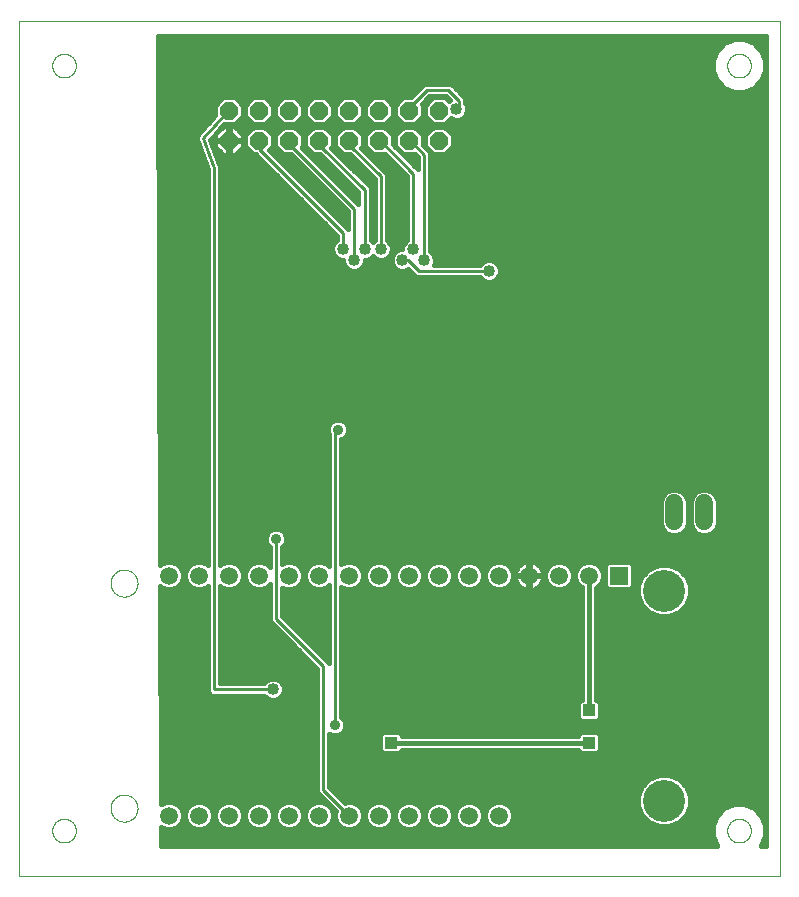
<source format=gbl>
G75*
%MOIN*%
%OFA0B0*%
%FSLAX25Y25*%
%IPPOS*%
%LPD*%
%AMOC8*
5,1,8,0,0,1.08239X$1,22.5*
%
%ADD10C,0.00000*%
%ADD11OC8,0.06000*%
%ADD12C,0.14000*%
%ADD13R,0.05937X0.05937*%
%ADD14C,0.05937*%
%ADD15C,0.06000*%
%ADD16C,0.03569*%
%ADD17C,0.01000*%
%ADD18C,0.04000*%
%ADD19R,0.03962X0.03962*%
%ADD20C,0.01600*%
D10*
X0001000Y0001000D02*
X0001000Y0285961D01*
X0254701Y0285961D01*
X0254701Y0001000D01*
X0001000Y0001000D01*
X0012063Y0016000D02*
X0012065Y0016125D01*
X0012071Y0016250D01*
X0012081Y0016374D01*
X0012095Y0016498D01*
X0012112Y0016622D01*
X0012134Y0016745D01*
X0012160Y0016867D01*
X0012189Y0016989D01*
X0012222Y0017109D01*
X0012260Y0017228D01*
X0012300Y0017347D01*
X0012345Y0017463D01*
X0012393Y0017578D01*
X0012445Y0017692D01*
X0012501Y0017804D01*
X0012560Y0017914D01*
X0012622Y0018022D01*
X0012688Y0018129D01*
X0012757Y0018233D01*
X0012830Y0018334D01*
X0012905Y0018434D01*
X0012984Y0018531D01*
X0013066Y0018625D01*
X0013151Y0018717D01*
X0013238Y0018806D01*
X0013329Y0018892D01*
X0013422Y0018975D01*
X0013518Y0019056D01*
X0013616Y0019133D01*
X0013716Y0019207D01*
X0013819Y0019278D01*
X0013924Y0019345D01*
X0014032Y0019410D01*
X0014141Y0019470D01*
X0014252Y0019528D01*
X0014365Y0019581D01*
X0014479Y0019631D01*
X0014595Y0019678D01*
X0014712Y0019720D01*
X0014831Y0019759D01*
X0014951Y0019795D01*
X0015072Y0019826D01*
X0015194Y0019854D01*
X0015316Y0019877D01*
X0015440Y0019897D01*
X0015564Y0019913D01*
X0015688Y0019925D01*
X0015813Y0019933D01*
X0015938Y0019937D01*
X0016062Y0019937D01*
X0016187Y0019933D01*
X0016312Y0019925D01*
X0016436Y0019913D01*
X0016560Y0019897D01*
X0016684Y0019877D01*
X0016806Y0019854D01*
X0016928Y0019826D01*
X0017049Y0019795D01*
X0017169Y0019759D01*
X0017288Y0019720D01*
X0017405Y0019678D01*
X0017521Y0019631D01*
X0017635Y0019581D01*
X0017748Y0019528D01*
X0017859Y0019470D01*
X0017969Y0019410D01*
X0018076Y0019345D01*
X0018181Y0019278D01*
X0018284Y0019207D01*
X0018384Y0019133D01*
X0018482Y0019056D01*
X0018578Y0018975D01*
X0018671Y0018892D01*
X0018762Y0018806D01*
X0018849Y0018717D01*
X0018934Y0018625D01*
X0019016Y0018531D01*
X0019095Y0018434D01*
X0019170Y0018334D01*
X0019243Y0018233D01*
X0019312Y0018129D01*
X0019378Y0018022D01*
X0019440Y0017914D01*
X0019499Y0017804D01*
X0019555Y0017692D01*
X0019607Y0017578D01*
X0019655Y0017463D01*
X0019700Y0017347D01*
X0019740Y0017228D01*
X0019778Y0017109D01*
X0019811Y0016989D01*
X0019840Y0016867D01*
X0019866Y0016745D01*
X0019888Y0016622D01*
X0019905Y0016498D01*
X0019919Y0016374D01*
X0019929Y0016250D01*
X0019935Y0016125D01*
X0019937Y0016000D01*
X0019935Y0015875D01*
X0019929Y0015750D01*
X0019919Y0015626D01*
X0019905Y0015502D01*
X0019888Y0015378D01*
X0019866Y0015255D01*
X0019840Y0015133D01*
X0019811Y0015011D01*
X0019778Y0014891D01*
X0019740Y0014772D01*
X0019700Y0014653D01*
X0019655Y0014537D01*
X0019607Y0014422D01*
X0019555Y0014308D01*
X0019499Y0014196D01*
X0019440Y0014086D01*
X0019378Y0013978D01*
X0019312Y0013871D01*
X0019243Y0013767D01*
X0019170Y0013666D01*
X0019095Y0013566D01*
X0019016Y0013469D01*
X0018934Y0013375D01*
X0018849Y0013283D01*
X0018762Y0013194D01*
X0018671Y0013108D01*
X0018578Y0013025D01*
X0018482Y0012944D01*
X0018384Y0012867D01*
X0018284Y0012793D01*
X0018181Y0012722D01*
X0018076Y0012655D01*
X0017968Y0012590D01*
X0017859Y0012530D01*
X0017748Y0012472D01*
X0017635Y0012419D01*
X0017521Y0012369D01*
X0017405Y0012322D01*
X0017288Y0012280D01*
X0017169Y0012241D01*
X0017049Y0012205D01*
X0016928Y0012174D01*
X0016806Y0012146D01*
X0016684Y0012123D01*
X0016560Y0012103D01*
X0016436Y0012087D01*
X0016312Y0012075D01*
X0016187Y0012067D01*
X0016062Y0012063D01*
X0015938Y0012063D01*
X0015813Y0012067D01*
X0015688Y0012075D01*
X0015564Y0012087D01*
X0015440Y0012103D01*
X0015316Y0012123D01*
X0015194Y0012146D01*
X0015072Y0012174D01*
X0014951Y0012205D01*
X0014831Y0012241D01*
X0014712Y0012280D01*
X0014595Y0012322D01*
X0014479Y0012369D01*
X0014365Y0012419D01*
X0014252Y0012472D01*
X0014141Y0012530D01*
X0014031Y0012590D01*
X0013924Y0012655D01*
X0013819Y0012722D01*
X0013716Y0012793D01*
X0013616Y0012867D01*
X0013518Y0012944D01*
X0013422Y0013025D01*
X0013329Y0013108D01*
X0013238Y0013194D01*
X0013151Y0013283D01*
X0013066Y0013375D01*
X0012984Y0013469D01*
X0012905Y0013566D01*
X0012830Y0013666D01*
X0012757Y0013767D01*
X0012688Y0013871D01*
X0012622Y0013978D01*
X0012560Y0014086D01*
X0012501Y0014196D01*
X0012445Y0014308D01*
X0012393Y0014422D01*
X0012345Y0014537D01*
X0012300Y0014653D01*
X0012260Y0014772D01*
X0012222Y0014891D01*
X0012189Y0015011D01*
X0012160Y0015133D01*
X0012134Y0015255D01*
X0012112Y0015378D01*
X0012095Y0015502D01*
X0012081Y0015626D01*
X0012071Y0015750D01*
X0012065Y0015875D01*
X0012063Y0016000D01*
X0031500Y0023500D02*
X0031502Y0023634D01*
X0031508Y0023768D01*
X0031518Y0023901D01*
X0031532Y0024035D01*
X0031550Y0024168D01*
X0031572Y0024300D01*
X0031597Y0024431D01*
X0031627Y0024562D01*
X0031661Y0024692D01*
X0031698Y0024820D01*
X0031739Y0024948D01*
X0031784Y0025074D01*
X0031833Y0025199D01*
X0031885Y0025322D01*
X0031941Y0025444D01*
X0032001Y0025564D01*
X0032064Y0025682D01*
X0032131Y0025798D01*
X0032201Y0025912D01*
X0032275Y0026024D01*
X0032352Y0026134D01*
X0032432Y0026242D01*
X0032515Y0026347D01*
X0032601Y0026449D01*
X0032690Y0026549D01*
X0032783Y0026646D01*
X0032878Y0026741D01*
X0032976Y0026832D01*
X0033076Y0026921D01*
X0033179Y0027006D01*
X0033285Y0027089D01*
X0033393Y0027168D01*
X0033503Y0027244D01*
X0033616Y0027317D01*
X0033731Y0027386D01*
X0033847Y0027452D01*
X0033966Y0027514D01*
X0034086Y0027573D01*
X0034209Y0027628D01*
X0034332Y0027680D01*
X0034457Y0027727D01*
X0034584Y0027771D01*
X0034712Y0027812D01*
X0034841Y0027848D01*
X0034971Y0027881D01*
X0035102Y0027909D01*
X0035233Y0027934D01*
X0035366Y0027955D01*
X0035499Y0027972D01*
X0035632Y0027985D01*
X0035766Y0027994D01*
X0035900Y0027999D01*
X0036034Y0028000D01*
X0036167Y0027997D01*
X0036301Y0027990D01*
X0036435Y0027979D01*
X0036568Y0027964D01*
X0036701Y0027945D01*
X0036833Y0027922D01*
X0036964Y0027896D01*
X0037094Y0027865D01*
X0037224Y0027830D01*
X0037352Y0027792D01*
X0037479Y0027750D01*
X0037605Y0027704D01*
X0037730Y0027654D01*
X0037853Y0027601D01*
X0037974Y0027544D01*
X0038094Y0027483D01*
X0038211Y0027419D01*
X0038327Y0027352D01*
X0038441Y0027281D01*
X0038552Y0027206D01*
X0038661Y0027129D01*
X0038768Y0027048D01*
X0038873Y0026964D01*
X0038974Y0026877D01*
X0039074Y0026787D01*
X0039170Y0026694D01*
X0039264Y0026598D01*
X0039355Y0026499D01*
X0039442Y0026398D01*
X0039527Y0026294D01*
X0039609Y0026188D01*
X0039687Y0026080D01*
X0039762Y0025969D01*
X0039834Y0025856D01*
X0039903Y0025740D01*
X0039968Y0025623D01*
X0040029Y0025504D01*
X0040087Y0025383D01*
X0040141Y0025261D01*
X0040192Y0025137D01*
X0040239Y0025011D01*
X0040282Y0024884D01*
X0040321Y0024756D01*
X0040357Y0024627D01*
X0040388Y0024497D01*
X0040416Y0024366D01*
X0040440Y0024234D01*
X0040460Y0024101D01*
X0040476Y0023968D01*
X0040488Y0023835D01*
X0040496Y0023701D01*
X0040500Y0023567D01*
X0040500Y0023433D01*
X0040496Y0023299D01*
X0040488Y0023165D01*
X0040476Y0023032D01*
X0040460Y0022899D01*
X0040440Y0022766D01*
X0040416Y0022634D01*
X0040388Y0022503D01*
X0040357Y0022373D01*
X0040321Y0022244D01*
X0040282Y0022116D01*
X0040239Y0021989D01*
X0040192Y0021863D01*
X0040141Y0021739D01*
X0040087Y0021617D01*
X0040029Y0021496D01*
X0039968Y0021377D01*
X0039903Y0021260D01*
X0039834Y0021144D01*
X0039762Y0021031D01*
X0039687Y0020920D01*
X0039609Y0020812D01*
X0039527Y0020706D01*
X0039442Y0020602D01*
X0039355Y0020501D01*
X0039264Y0020402D01*
X0039170Y0020306D01*
X0039074Y0020213D01*
X0038974Y0020123D01*
X0038873Y0020036D01*
X0038768Y0019952D01*
X0038661Y0019871D01*
X0038552Y0019794D01*
X0038441Y0019719D01*
X0038327Y0019648D01*
X0038211Y0019581D01*
X0038094Y0019517D01*
X0037974Y0019456D01*
X0037853Y0019399D01*
X0037730Y0019346D01*
X0037605Y0019296D01*
X0037479Y0019250D01*
X0037352Y0019208D01*
X0037224Y0019170D01*
X0037094Y0019135D01*
X0036964Y0019104D01*
X0036833Y0019078D01*
X0036701Y0019055D01*
X0036568Y0019036D01*
X0036435Y0019021D01*
X0036301Y0019010D01*
X0036167Y0019003D01*
X0036034Y0019000D01*
X0035900Y0019001D01*
X0035766Y0019006D01*
X0035632Y0019015D01*
X0035499Y0019028D01*
X0035366Y0019045D01*
X0035233Y0019066D01*
X0035102Y0019091D01*
X0034971Y0019119D01*
X0034841Y0019152D01*
X0034712Y0019188D01*
X0034584Y0019229D01*
X0034457Y0019273D01*
X0034332Y0019320D01*
X0034209Y0019372D01*
X0034086Y0019427D01*
X0033966Y0019486D01*
X0033847Y0019548D01*
X0033731Y0019614D01*
X0033616Y0019683D01*
X0033503Y0019756D01*
X0033393Y0019832D01*
X0033285Y0019911D01*
X0033179Y0019994D01*
X0033076Y0020079D01*
X0032976Y0020168D01*
X0032878Y0020259D01*
X0032783Y0020354D01*
X0032690Y0020451D01*
X0032601Y0020551D01*
X0032515Y0020653D01*
X0032432Y0020758D01*
X0032352Y0020866D01*
X0032275Y0020976D01*
X0032201Y0021088D01*
X0032131Y0021202D01*
X0032064Y0021318D01*
X0032001Y0021436D01*
X0031941Y0021556D01*
X0031885Y0021678D01*
X0031833Y0021801D01*
X0031784Y0021926D01*
X0031739Y0022052D01*
X0031698Y0022180D01*
X0031661Y0022308D01*
X0031627Y0022438D01*
X0031597Y0022569D01*
X0031572Y0022700D01*
X0031550Y0022832D01*
X0031532Y0022965D01*
X0031518Y0023099D01*
X0031508Y0023232D01*
X0031502Y0023366D01*
X0031500Y0023500D01*
X0031500Y0098500D02*
X0031502Y0098634D01*
X0031508Y0098768D01*
X0031518Y0098901D01*
X0031532Y0099035D01*
X0031550Y0099168D01*
X0031572Y0099300D01*
X0031597Y0099431D01*
X0031627Y0099562D01*
X0031661Y0099692D01*
X0031698Y0099820D01*
X0031739Y0099948D01*
X0031784Y0100074D01*
X0031833Y0100199D01*
X0031885Y0100322D01*
X0031941Y0100444D01*
X0032001Y0100564D01*
X0032064Y0100682D01*
X0032131Y0100798D01*
X0032201Y0100912D01*
X0032275Y0101024D01*
X0032352Y0101134D01*
X0032432Y0101242D01*
X0032515Y0101347D01*
X0032601Y0101449D01*
X0032690Y0101549D01*
X0032783Y0101646D01*
X0032878Y0101741D01*
X0032976Y0101832D01*
X0033076Y0101921D01*
X0033179Y0102006D01*
X0033285Y0102089D01*
X0033393Y0102168D01*
X0033503Y0102244D01*
X0033616Y0102317D01*
X0033731Y0102386D01*
X0033847Y0102452D01*
X0033966Y0102514D01*
X0034086Y0102573D01*
X0034209Y0102628D01*
X0034332Y0102680D01*
X0034457Y0102727D01*
X0034584Y0102771D01*
X0034712Y0102812D01*
X0034841Y0102848D01*
X0034971Y0102881D01*
X0035102Y0102909D01*
X0035233Y0102934D01*
X0035366Y0102955D01*
X0035499Y0102972D01*
X0035632Y0102985D01*
X0035766Y0102994D01*
X0035900Y0102999D01*
X0036034Y0103000D01*
X0036167Y0102997D01*
X0036301Y0102990D01*
X0036435Y0102979D01*
X0036568Y0102964D01*
X0036701Y0102945D01*
X0036833Y0102922D01*
X0036964Y0102896D01*
X0037094Y0102865D01*
X0037224Y0102830D01*
X0037352Y0102792D01*
X0037479Y0102750D01*
X0037605Y0102704D01*
X0037730Y0102654D01*
X0037853Y0102601D01*
X0037974Y0102544D01*
X0038094Y0102483D01*
X0038211Y0102419D01*
X0038327Y0102352D01*
X0038441Y0102281D01*
X0038552Y0102206D01*
X0038661Y0102129D01*
X0038768Y0102048D01*
X0038873Y0101964D01*
X0038974Y0101877D01*
X0039074Y0101787D01*
X0039170Y0101694D01*
X0039264Y0101598D01*
X0039355Y0101499D01*
X0039442Y0101398D01*
X0039527Y0101294D01*
X0039609Y0101188D01*
X0039687Y0101080D01*
X0039762Y0100969D01*
X0039834Y0100856D01*
X0039903Y0100740D01*
X0039968Y0100623D01*
X0040029Y0100504D01*
X0040087Y0100383D01*
X0040141Y0100261D01*
X0040192Y0100137D01*
X0040239Y0100011D01*
X0040282Y0099884D01*
X0040321Y0099756D01*
X0040357Y0099627D01*
X0040388Y0099497D01*
X0040416Y0099366D01*
X0040440Y0099234D01*
X0040460Y0099101D01*
X0040476Y0098968D01*
X0040488Y0098835D01*
X0040496Y0098701D01*
X0040500Y0098567D01*
X0040500Y0098433D01*
X0040496Y0098299D01*
X0040488Y0098165D01*
X0040476Y0098032D01*
X0040460Y0097899D01*
X0040440Y0097766D01*
X0040416Y0097634D01*
X0040388Y0097503D01*
X0040357Y0097373D01*
X0040321Y0097244D01*
X0040282Y0097116D01*
X0040239Y0096989D01*
X0040192Y0096863D01*
X0040141Y0096739D01*
X0040087Y0096617D01*
X0040029Y0096496D01*
X0039968Y0096377D01*
X0039903Y0096260D01*
X0039834Y0096144D01*
X0039762Y0096031D01*
X0039687Y0095920D01*
X0039609Y0095812D01*
X0039527Y0095706D01*
X0039442Y0095602D01*
X0039355Y0095501D01*
X0039264Y0095402D01*
X0039170Y0095306D01*
X0039074Y0095213D01*
X0038974Y0095123D01*
X0038873Y0095036D01*
X0038768Y0094952D01*
X0038661Y0094871D01*
X0038552Y0094794D01*
X0038441Y0094719D01*
X0038327Y0094648D01*
X0038211Y0094581D01*
X0038094Y0094517D01*
X0037974Y0094456D01*
X0037853Y0094399D01*
X0037730Y0094346D01*
X0037605Y0094296D01*
X0037479Y0094250D01*
X0037352Y0094208D01*
X0037224Y0094170D01*
X0037094Y0094135D01*
X0036964Y0094104D01*
X0036833Y0094078D01*
X0036701Y0094055D01*
X0036568Y0094036D01*
X0036435Y0094021D01*
X0036301Y0094010D01*
X0036167Y0094003D01*
X0036034Y0094000D01*
X0035900Y0094001D01*
X0035766Y0094006D01*
X0035632Y0094015D01*
X0035499Y0094028D01*
X0035366Y0094045D01*
X0035233Y0094066D01*
X0035102Y0094091D01*
X0034971Y0094119D01*
X0034841Y0094152D01*
X0034712Y0094188D01*
X0034584Y0094229D01*
X0034457Y0094273D01*
X0034332Y0094320D01*
X0034209Y0094372D01*
X0034086Y0094427D01*
X0033966Y0094486D01*
X0033847Y0094548D01*
X0033731Y0094614D01*
X0033616Y0094683D01*
X0033503Y0094756D01*
X0033393Y0094832D01*
X0033285Y0094911D01*
X0033179Y0094994D01*
X0033076Y0095079D01*
X0032976Y0095168D01*
X0032878Y0095259D01*
X0032783Y0095354D01*
X0032690Y0095451D01*
X0032601Y0095551D01*
X0032515Y0095653D01*
X0032432Y0095758D01*
X0032352Y0095866D01*
X0032275Y0095976D01*
X0032201Y0096088D01*
X0032131Y0096202D01*
X0032064Y0096318D01*
X0032001Y0096436D01*
X0031941Y0096556D01*
X0031885Y0096678D01*
X0031833Y0096801D01*
X0031784Y0096926D01*
X0031739Y0097052D01*
X0031698Y0097180D01*
X0031661Y0097308D01*
X0031627Y0097438D01*
X0031597Y0097569D01*
X0031572Y0097700D01*
X0031550Y0097832D01*
X0031532Y0097965D01*
X0031518Y0098099D01*
X0031508Y0098232D01*
X0031502Y0098366D01*
X0031500Y0098500D01*
X0012063Y0271000D02*
X0012065Y0271125D01*
X0012071Y0271250D01*
X0012081Y0271374D01*
X0012095Y0271498D01*
X0012112Y0271622D01*
X0012134Y0271745D01*
X0012160Y0271867D01*
X0012189Y0271989D01*
X0012222Y0272109D01*
X0012260Y0272228D01*
X0012300Y0272347D01*
X0012345Y0272463D01*
X0012393Y0272578D01*
X0012445Y0272692D01*
X0012501Y0272804D01*
X0012560Y0272914D01*
X0012622Y0273022D01*
X0012688Y0273129D01*
X0012757Y0273233D01*
X0012830Y0273334D01*
X0012905Y0273434D01*
X0012984Y0273531D01*
X0013066Y0273625D01*
X0013151Y0273717D01*
X0013238Y0273806D01*
X0013329Y0273892D01*
X0013422Y0273975D01*
X0013518Y0274056D01*
X0013616Y0274133D01*
X0013716Y0274207D01*
X0013819Y0274278D01*
X0013924Y0274345D01*
X0014032Y0274410D01*
X0014141Y0274470D01*
X0014252Y0274528D01*
X0014365Y0274581D01*
X0014479Y0274631D01*
X0014595Y0274678D01*
X0014712Y0274720D01*
X0014831Y0274759D01*
X0014951Y0274795D01*
X0015072Y0274826D01*
X0015194Y0274854D01*
X0015316Y0274877D01*
X0015440Y0274897D01*
X0015564Y0274913D01*
X0015688Y0274925D01*
X0015813Y0274933D01*
X0015938Y0274937D01*
X0016062Y0274937D01*
X0016187Y0274933D01*
X0016312Y0274925D01*
X0016436Y0274913D01*
X0016560Y0274897D01*
X0016684Y0274877D01*
X0016806Y0274854D01*
X0016928Y0274826D01*
X0017049Y0274795D01*
X0017169Y0274759D01*
X0017288Y0274720D01*
X0017405Y0274678D01*
X0017521Y0274631D01*
X0017635Y0274581D01*
X0017748Y0274528D01*
X0017859Y0274470D01*
X0017969Y0274410D01*
X0018076Y0274345D01*
X0018181Y0274278D01*
X0018284Y0274207D01*
X0018384Y0274133D01*
X0018482Y0274056D01*
X0018578Y0273975D01*
X0018671Y0273892D01*
X0018762Y0273806D01*
X0018849Y0273717D01*
X0018934Y0273625D01*
X0019016Y0273531D01*
X0019095Y0273434D01*
X0019170Y0273334D01*
X0019243Y0273233D01*
X0019312Y0273129D01*
X0019378Y0273022D01*
X0019440Y0272914D01*
X0019499Y0272804D01*
X0019555Y0272692D01*
X0019607Y0272578D01*
X0019655Y0272463D01*
X0019700Y0272347D01*
X0019740Y0272228D01*
X0019778Y0272109D01*
X0019811Y0271989D01*
X0019840Y0271867D01*
X0019866Y0271745D01*
X0019888Y0271622D01*
X0019905Y0271498D01*
X0019919Y0271374D01*
X0019929Y0271250D01*
X0019935Y0271125D01*
X0019937Y0271000D01*
X0019935Y0270875D01*
X0019929Y0270750D01*
X0019919Y0270626D01*
X0019905Y0270502D01*
X0019888Y0270378D01*
X0019866Y0270255D01*
X0019840Y0270133D01*
X0019811Y0270011D01*
X0019778Y0269891D01*
X0019740Y0269772D01*
X0019700Y0269653D01*
X0019655Y0269537D01*
X0019607Y0269422D01*
X0019555Y0269308D01*
X0019499Y0269196D01*
X0019440Y0269086D01*
X0019378Y0268978D01*
X0019312Y0268871D01*
X0019243Y0268767D01*
X0019170Y0268666D01*
X0019095Y0268566D01*
X0019016Y0268469D01*
X0018934Y0268375D01*
X0018849Y0268283D01*
X0018762Y0268194D01*
X0018671Y0268108D01*
X0018578Y0268025D01*
X0018482Y0267944D01*
X0018384Y0267867D01*
X0018284Y0267793D01*
X0018181Y0267722D01*
X0018076Y0267655D01*
X0017968Y0267590D01*
X0017859Y0267530D01*
X0017748Y0267472D01*
X0017635Y0267419D01*
X0017521Y0267369D01*
X0017405Y0267322D01*
X0017288Y0267280D01*
X0017169Y0267241D01*
X0017049Y0267205D01*
X0016928Y0267174D01*
X0016806Y0267146D01*
X0016684Y0267123D01*
X0016560Y0267103D01*
X0016436Y0267087D01*
X0016312Y0267075D01*
X0016187Y0267067D01*
X0016062Y0267063D01*
X0015938Y0267063D01*
X0015813Y0267067D01*
X0015688Y0267075D01*
X0015564Y0267087D01*
X0015440Y0267103D01*
X0015316Y0267123D01*
X0015194Y0267146D01*
X0015072Y0267174D01*
X0014951Y0267205D01*
X0014831Y0267241D01*
X0014712Y0267280D01*
X0014595Y0267322D01*
X0014479Y0267369D01*
X0014365Y0267419D01*
X0014252Y0267472D01*
X0014141Y0267530D01*
X0014031Y0267590D01*
X0013924Y0267655D01*
X0013819Y0267722D01*
X0013716Y0267793D01*
X0013616Y0267867D01*
X0013518Y0267944D01*
X0013422Y0268025D01*
X0013329Y0268108D01*
X0013238Y0268194D01*
X0013151Y0268283D01*
X0013066Y0268375D01*
X0012984Y0268469D01*
X0012905Y0268566D01*
X0012830Y0268666D01*
X0012757Y0268767D01*
X0012688Y0268871D01*
X0012622Y0268978D01*
X0012560Y0269086D01*
X0012501Y0269196D01*
X0012445Y0269308D01*
X0012393Y0269422D01*
X0012345Y0269537D01*
X0012300Y0269653D01*
X0012260Y0269772D01*
X0012222Y0269891D01*
X0012189Y0270011D01*
X0012160Y0270133D01*
X0012134Y0270255D01*
X0012112Y0270378D01*
X0012095Y0270502D01*
X0012081Y0270626D01*
X0012071Y0270750D01*
X0012065Y0270875D01*
X0012063Y0271000D01*
X0237063Y0271000D02*
X0237065Y0271125D01*
X0237071Y0271250D01*
X0237081Y0271374D01*
X0237095Y0271498D01*
X0237112Y0271622D01*
X0237134Y0271745D01*
X0237160Y0271867D01*
X0237189Y0271989D01*
X0237222Y0272109D01*
X0237260Y0272228D01*
X0237300Y0272347D01*
X0237345Y0272463D01*
X0237393Y0272578D01*
X0237445Y0272692D01*
X0237501Y0272804D01*
X0237560Y0272914D01*
X0237622Y0273022D01*
X0237688Y0273129D01*
X0237757Y0273233D01*
X0237830Y0273334D01*
X0237905Y0273434D01*
X0237984Y0273531D01*
X0238066Y0273625D01*
X0238151Y0273717D01*
X0238238Y0273806D01*
X0238329Y0273892D01*
X0238422Y0273975D01*
X0238518Y0274056D01*
X0238616Y0274133D01*
X0238716Y0274207D01*
X0238819Y0274278D01*
X0238924Y0274345D01*
X0239032Y0274410D01*
X0239141Y0274470D01*
X0239252Y0274528D01*
X0239365Y0274581D01*
X0239479Y0274631D01*
X0239595Y0274678D01*
X0239712Y0274720D01*
X0239831Y0274759D01*
X0239951Y0274795D01*
X0240072Y0274826D01*
X0240194Y0274854D01*
X0240316Y0274877D01*
X0240440Y0274897D01*
X0240564Y0274913D01*
X0240688Y0274925D01*
X0240813Y0274933D01*
X0240938Y0274937D01*
X0241062Y0274937D01*
X0241187Y0274933D01*
X0241312Y0274925D01*
X0241436Y0274913D01*
X0241560Y0274897D01*
X0241684Y0274877D01*
X0241806Y0274854D01*
X0241928Y0274826D01*
X0242049Y0274795D01*
X0242169Y0274759D01*
X0242288Y0274720D01*
X0242405Y0274678D01*
X0242521Y0274631D01*
X0242635Y0274581D01*
X0242748Y0274528D01*
X0242859Y0274470D01*
X0242969Y0274410D01*
X0243076Y0274345D01*
X0243181Y0274278D01*
X0243284Y0274207D01*
X0243384Y0274133D01*
X0243482Y0274056D01*
X0243578Y0273975D01*
X0243671Y0273892D01*
X0243762Y0273806D01*
X0243849Y0273717D01*
X0243934Y0273625D01*
X0244016Y0273531D01*
X0244095Y0273434D01*
X0244170Y0273334D01*
X0244243Y0273233D01*
X0244312Y0273129D01*
X0244378Y0273022D01*
X0244440Y0272914D01*
X0244499Y0272804D01*
X0244555Y0272692D01*
X0244607Y0272578D01*
X0244655Y0272463D01*
X0244700Y0272347D01*
X0244740Y0272228D01*
X0244778Y0272109D01*
X0244811Y0271989D01*
X0244840Y0271867D01*
X0244866Y0271745D01*
X0244888Y0271622D01*
X0244905Y0271498D01*
X0244919Y0271374D01*
X0244929Y0271250D01*
X0244935Y0271125D01*
X0244937Y0271000D01*
X0244935Y0270875D01*
X0244929Y0270750D01*
X0244919Y0270626D01*
X0244905Y0270502D01*
X0244888Y0270378D01*
X0244866Y0270255D01*
X0244840Y0270133D01*
X0244811Y0270011D01*
X0244778Y0269891D01*
X0244740Y0269772D01*
X0244700Y0269653D01*
X0244655Y0269537D01*
X0244607Y0269422D01*
X0244555Y0269308D01*
X0244499Y0269196D01*
X0244440Y0269086D01*
X0244378Y0268978D01*
X0244312Y0268871D01*
X0244243Y0268767D01*
X0244170Y0268666D01*
X0244095Y0268566D01*
X0244016Y0268469D01*
X0243934Y0268375D01*
X0243849Y0268283D01*
X0243762Y0268194D01*
X0243671Y0268108D01*
X0243578Y0268025D01*
X0243482Y0267944D01*
X0243384Y0267867D01*
X0243284Y0267793D01*
X0243181Y0267722D01*
X0243076Y0267655D01*
X0242968Y0267590D01*
X0242859Y0267530D01*
X0242748Y0267472D01*
X0242635Y0267419D01*
X0242521Y0267369D01*
X0242405Y0267322D01*
X0242288Y0267280D01*
X0242169Y0267241D01*
X0242049Y0267205D01*
X0241928Y0267174D01*
X0241806Y0267146D01*
X0241684Y0267123D01*
X0241560Y0267103D01*
X0241436Y0267087D01*
X0241312Y0267075D01*
X0241187Y0267067D01*
X0241062Y0267063D01*
X0240938Y0267063D01*
X0240813Y0267067D01*
X0240688Y0267075D01*
X0240564Y0267087D01*
X0240440Y0267103D01*
X0240316Y0267123D01*
X0240194Y0267146D01*
X0240072Y0267174D01*
X0239951Y0267205D01*
X0239831Y0267241D01*
X0239712Y0267280D01*
X0239595Y0267322D01*
X0239479Y0267369D01*
X0239365Y0267419D01*
X0239252Y0267472D01*
X0239141Y0267530D01*
X0239031Y0267590D01*
X0238924Y0267655D01*
X0238819Y0267722D01*
X0238716Y0267793D01*
X0238616Y0267867D01*
X0238518Y0267944D01*
X0238422Y0268025D01*
X0238329Y0268108D01*
X0238238Y0268194D01*
X0238151Y0268283D01*
X0238066Y0268375D01*
X0237984Y0268469D01*
X0237905Y0268566D01*
X0237830Y0268666D01*
X0237757Y0268767D01*
X0237688Y0268871D01*
X0237622Y0268978D01*
X0237560Y0269086D01*
X0237501Y0269196D01*
X0237445Y0269308D01*
X0237393Y0269422D01*
X0237345Y0269537D01*
X0237300Y0269653D01*
X0237260Y0269772D01*
X0237222Y0269891D01*
X0237189Y0270011D01*
X0237160Y0270133D01*
X0237134Y0270255D01*
X0237112Y0270378D01*
X0237095Y0270502D01*
X0237081Y0270626D01*
X0237071Y0270750D01*
X0237065Y0270875D01*
X0237063Y0271000D01*
X0237063Y0016000D02*
X0237065Y0016125D01*
X0237071Y0016250D01*
X0237081Y0016374D01*
X0237095Y0016498D01*
X0237112Y0016622D01*
X0237134Y0016745D01*
X0237160Y0016867D01*
X0237189Y0016989D01*
X0237222Y0017109D01*
X0237260Y0017228D01*
X0237300Y0017347D01*
X0237345Y0017463D01*
X0237393Y0017578D01*
X0237445Y0017692D01*
X0237501Y0017804D01*
X0237560Y0017914D01*
X0237622Y0018022D01*
X0237688Y0018129D01*
X0237757Y0018233D01*
X0237830Y0018334D01*
X0237905Y0018434D01*
X0237984Y0018531D01*
X0238066Y0018625D01*
X0238151Y0018717D01*
X0238238Y0018806D01*
X0238329Y0018892D01*
X0238422Y0018975D01*
X0238518Y0019056D01*
X0238616Y0019133D01*
X0238716Y0019207D01*
X0238819Y0019278D01*
X0238924Y0019345D01*
X0239032Y0019410D01*
X0239141Y0019470D01*
X0239252Y0019528D01*
X0239365Y0019581D01*
X0239479Y0019631D01*
X0239595Y0019678D01*
X0239712Y0019720D01*
X0239831Y0019759D01*
X0239951Y0019795D01*
X0240072Y0019826D01*
X0240194Y0019854D01*
X0240316Y0019877D01*
X0240440Y0019897D01*
X0240564Y0019913D01*
X0240688Y0019925D01*
X0240813Y0019933D01*
X0240938Y0019937D01*
X0241062Y0019937D01*
X0241187Y0019933D01*
X0241312Y0019925D01*
X0241436Y0019913D01*
X0241560Y0019897D01*
X0241684Y0019877D01*
X0241806Y0019854D01*
X0241928Y0019826D01*
X0242049Y0019795D01*
X0242169Y0019759D01*
X0242288Y0019720D01*
X0242405Y0019678D01*
X0242521Y0019631D01*
X0242635Y0019581D01*
X0242748Y0019528D01*
X0242859Y0019470D01*
X0242969Y0019410D01*
X0243076Y0019345D01*
X0243181Y0019278D01*
X0243284Y0019207D01*
X0243384Y0019133D01*
X0243482Y0019056D01*
X0243578Y0018975D01*
X0243671Y0018892D01*
X0243762Y0018806D01*
X0243849Y0018717D01*
X0243934Y0018625D01*
X0244016Y0018531D01*
X0244095Y0018434D01*
X0244170Y0018334D01*
X0244243Y0018233D01*
X0244312Y0018129D01*
X0244378Y0018022D01*
X0244440Y0017914D01*
X0244499Y0017804D01*
X0244555Y0017692D01*
X0244607Y0017578D01*
X0244655Y0017463D01*
X0244700Y0017347D01*
X0244740Y0017228D01*
X0244778Y0017109D01*
X0244811Y0016989D01*
X0244840Y0016867D01*
X0244866Y0016745D01*
X0244888Y0016622D01*
X0244905Y0016498D01*
X0244919Y0016374D01*
X0244929Y0016250D01*
X0244935Y0016125D01*
X0244937Y0016000D01*
X0244935Y0015875D01*
X0244929Y0015750D01*
X0244919Y0015626D01*
X0244905Y0015502D01*
X0244888Y0015378D01*
X0244866Y0015255D01*
X0244840Y0015133D01*
X0244811Y0015011D01*
X0244778Y0014891D01*
X0244740Y0014772D01*
X0244700Y0014653D01*
X0244655Y0014537D01*
X0244607Y0014422D01*
X0244555Y0014308D01*
X0244499Y0014196D01*
X0244440Y0014086D01*
X0244378Y0013978D01*
X0244312Y0013871D01*
X0244243Y0013767D01*
X0244170Y0013666D01*
X0244095Y0013566D01*
X0244016Y0013469D01*
X0243934Y0013375D01*
X0243849Y0013283D01*
X0243762Y0013194D01*
X0243671Y0013108D01*
X0243578Y0013025D01*
X0243482Y0012944D01*
X0243384Y0012867D01*
X0243284Y0012793D01*
X0243181Y0012722D01*
X0243076Y0012655D01*
X0242968Y0012590D01*
X0242859Y0012530D01*
X0242748Y0012472D01*
X0242635Y0012419D01*
X0242521Y0012369D01*
X0242405Y0012322D01*
X0242288Y0012280D01*
X0242169Y0012241D01*
X0242049Y0012205D01*
X0241928Y0012174D01*
X0241806Y0012146D01*
X0241684Y0012123D01*
X0241560Y0012103D01*
X0241436Y0012087D01*
X0241312Y0012075D01*
X0241187Y0012067D01*
X0241062Y0012063D01*
X0240938Y0012063D01*
X0240813Y0012067D01*
X0240688Y0012075D01*
X0240564Y0012087D01*
X0240440Y0012103D01*
X0240316Y0012123D01*
X0240194Y0012146D01*
X0240072Y0012174D01*
X0239951Y0012205D01*
X0239831Y0012241D01*
X0239712Y0012280D01*
X0239595Y0012322D01*
X0239479Y0012369D01*
X0239365Y0012419D01*
X0239252Y0012472D01*
X0239141Y0012530D01*
X0239031Y0012590D01*
X0238924Y0012655D01*
X0238819Y0012722D01*
X0238716Y0012793D01*
X0238616Y0012867D01*
X0238518Y0012944D01*
X0238422Y0013025D01*
X0238329Y0013108D01*
X0238238Y0013194D01*
X0238151Y0013283D01*
X0238066Y0013375D01*
X0237984Y0013469D01*
X0237905Y0013566D01*
X0237830Y0013666D01*
X0237757Y0013767D01*
X0237688Y0013871D01*
X0237622Y0013978D01*
X0237560Y0014086D01*
X0237501Y0014196D01*
X0237445Y0014308D01*
X0237393Y0014422D01*
X0237345Y0014537D01*
X0237300Y0014653D01*
X0237260Y0014772D01*
X0237222Y0014891D01*
X0237189Y0015011D01*
X0237160Y0015133D01*
X0237134Y0015255D01*
X0237112Y0015378D01*
X0237095Y0015502D01*
X0237081Y0015626D01*
X0237071Y0015750D01*
X0237065Y0015875D01*
X0237063Y0016000D01*
D11*
X0141000Y0246000D03*
X0141000Y0256000D03*
X0131000Y0256000D03*
X0131000Y0246000D03*
X0121000Y0246000D03*
X0121000Y0256000D03*
X0111000Y0256000D03*
X0111000Y0246000D03*
X0101000Y0246000D03*
X0101000Y0256000D03*
X0091000Y0256000D03*
X0091000Y0246000D03*
X0081000Y0246000D03*
X0081000Y0256000D03*
X0071000Y0256000D03*
X0071000Y0246000D03*
D12*
X0216000Y0096000D03*
X0216000Y0026000D03*
D13*
X0201000Y0101000D03*
D14*
X0191000Y0101000D03*
X0181000Y0101000D03*
X0171000Y0101000D03*
X0161000Y0101000D03*
X0151000Y0101000D03*
X0141000Y0101000D03*
X0131000Y0101000D03*
X0121000Y0101000D03*
X0111000Y0101000D03*
X0101000Y0101000D03*
X0091000Y0101000D03*
X0081000Y0101000D03*
X0071000Y0101000D03*
X0061000Y0101000D03*
X0051000Y0101000D03*
X0051000Y0021000D03*
X0061000Y0021000D03*
X0071000Y0021000D03*
X0081000Y0021000D03*
X0091000Y0021000D03*
X0101000Y0021000D03*
X0111000Y0021000D03*
X0121000Y0021000D03*
X0131000Y0021000D03*
X0141000Y0021000D03*
X0151000Y0021000D03*
X0161000Y0021000D03*
D15*
X0219425Y0119063D02*
X0219425Y0125063D01*
X0229425Y0125063D02*
X0229425Y0119063D01*
D16*
X0126000Y0234268D03*
X0074819Y0234268D03*
X0107299Y0149622D03*
X0086630Y0113205D03*
X0106315Y0051197D03*
D17*
X0106315Y0149622D01*
X0107299Y0149622D01*
X0086630Y0113205D02*
X0086630Y0086630D01*
X0102378Y0070882D01*
X0102378Y0029622D01*
X0111000Y0021000D01*
X0085600Y0063100D02*
X0065961Y0063100D01*
X0065961Y0236909D01*
X0062335Y0246751D01*
X0070300Y0255700D01*
X0071000Y0256000D01*
X0081000Y0246000D02*
X0081100Y0245800D01*
X0081100Y0243100D01*
X0109000Y0215200D01*
X0109000Y0209800D01*
X0112600Y0206200D02*
X0112600Y0223300D01*
X0091000Y0244900D01*
X0091000Y0246000D01*
X0101000Y0246000D02*
X0101800Y0245800D01*
X0101800Y0244000D01*
X0116200Y0229600D01*
X0116200Y0209800D01*
X0121600Y0209800D02*
X0121600Y0234100D01*
X0111700Y0244000D01*
X0111700Y0245800D01*
X0111000Y0246000D01*
X0121000Y0246000D02*
X0121600Y0245800D01*
X0132400Y0235000D01*
X0132400Y0209800D01*
X0130600Y0206200D02*
X0128800Y0206200D01*
X0130600Y0206200D02*
X0134200Y0202600D01*
X0157600Y0202600D01*
X0136000Y0206200D02*
X0136000Y0241300D01*
X0131500Y0245800D01*
X0131000Y0246000D01*
X0131000Y0256000D02*
X0130600Y0256600D01*
X0136900Y0262900D01*
X0144100Y0262900D01*
X0147700Y0259300D01*
X0147700Y0257500D01*
X0146800Y0256600D01*
D18*
X0146800Y0256600D03*
X0132400Y0209800D03*
X0128800Y0206200D03*
X0136000Y0206200D03*
X0121600Y0209800D03*
X0116200Y0209800D03*
X0112600Y0206200D03*
X0109000Y0209800D03*
X0157600Y0202600D03*
X0085600Y0063100D03*
D19*
X0125016Y0045291D03*
X0190961Y0045291D03*
X0190961Y0056118D03*
D20*
X0190961Y0101000D01*
X0191000Y0101000D01*
X0187010Y0103305D02*
X0184990Y0103305D01*
X0184873Y0103588D02*
X0185568Y0101909D01*
X0185568Y0100091D01*
X0184873Y0098412D01*
X0183588Y0097127D01*
X0181909Y0096431D01*
X0180091Y0096431D01*
X0178412Y0097127D01*
X0177127Y0098412D01*
X0176431Y0100091D01*
X0176431Y0101909D01*
X0177127Y0103588D01*
X0178412Y0104873D01*
X0180091Y0105568D01*
X0181909Y0105568D01*
X0183588Y0104873D01*
X0184873Y0103588D01*
X0183515Y0104903D02*
X0188485Y0104903D01*
X0188412Y0104873D02*
X0187127Y0103588D01*
X0186431Y0101909D01*
X0186431Y0100091D01*
X0187127Y0098412D01*
X0188412Y0097127D01*
X0188561Y0097066D01*
X0188561Y0059699D01*
X0188317Y0059699D01*
X0187380Y0058762D01*
X0187380Y0053474D01*
X0188317Y0052537D01*
X0193604Y0052537D01*
X0194542Y0053474D01*
X0194542Y0058762D01*
X0193604Y0059699D01*
X0193361Y0059699D01*
X0193361Y0097033D01*
X0193588Y0097127D01*
X0194873Y0098412D01*
X0195568Y0100091D01*
X0195568Y0101909D01*
X0194873Y0103588D01*
X0193588Y0104873D01*
X0191909Y0105568D01*
X0190091Y0105568D01*
X0188412Y0104873D01*
X0186431Y0101706D02*
X0185568Y0101706D01*
X0185568Y0100108D02*
X0186431Y0100108D01*
X0187087Y0098509D02*
X0184913Y0098509D01*
X0183066Y0096911D02*
X0188561Y0096911D01*
X0188561Y0095312D02*
X0108415Y0095312D01*
X0108415Y0093714D02*
X0188561Y0093714D01*
X0188561Y0092115D02*
X0108415Y0092115D01*
X0108415Y0090517D02*
X0188561Y0090517D01*
X0188561Y0088918D02*
X0108415Y0088918D01*
X0108415Y0087320D02*
X0188561Y0087320D01*
X0188561Y0085721D02*
X0108415Y0085721D01*
X0108415Y0084123D02*
X0188561Y0084123D01*
X0188561Y0082524D02*
X0108415Y0082524D01*
X0108415Y0080926D02*
X0188561Y0080926D01*
X0188561Y0079327D02*
X0108415Y0079327D01*
X0108415Y0077729D02*
X0188561Y0077729D01*
X0188561Y0076130D02*
X0108415Y0076130D01*
X0108415Y0074532D02*
X0188561Y0074532D01*
X0188561Y0072933D02*
X0108415Y0072933D01*
X0108415Y0071334D02*
X0188561Y0071334D01*
X0188561Y0069736D02*
X0108415Y0069736D01*
X0108415Y0068137D02*
X0188561Y0068137D01*
X0188561Y0066539D02*
X0108415Y0066539D01*
X0108415Y0064940D02*
X0188561Y0064940D01*
X0188561Y0063342D02*
X0108415Y0063342D01*
X0108415Y0061743D02*
X0188561Y0061743D01*
X0188561Y0060145D02*
X0108415Y0060145D01*
X0108415Y0058546D02*
X0187380Y0058546D01*
X0187380Y0056948D02*
X0108415Y0056948D01*
X0108415Y0055349D02*
X0187380Y0055349D01*
X0187380Y0053751D02*
X0108547Y0053751D01*
X0108415Y0053883D02*
X0108415Y0097126D01*
X0110091Y0096431D01*
X0111909Y0096431D01*
X0113588Y0097127D01*
X0114873Y0098412D01*
X0115568Y0100091D01*
X0115568Y0101909D01*
X0114873Y0103588D01*
X0113588Y0104873D01*
X0111909Y0105568D01*
X0110091Y0105568D01*
X0108415Y0104874D01*
X0108415Y0146421D01*
X0109216Y0146753D01*
X0110168Y0147705D01*
X0110683Y0148949D01*
X0110683Y0150295D01*
X0110168Y0151539D01*
X0109216Y0152491D01*
X0107972Y0153006D01*
X0106626Y0153006D01*
X0105382Y0152491D01*
X0104430Y0151539D01*
X0103915Y0150295D01*
X0103915Y0148949D01*
X0104215Y0148225D01*
X0104215Y0104246D01*
X0103588Y0104873D01*
X0101909Y0105568D01*
X0100091Y0105568D01*
X0098412Y0104873D01*
X0097127Y0103588D01*
X0096431Y0101909D01*
X0096431Y0100091D01*
X0097127Y0098412D01*
X0098412Y0097127D01*
X0100091Y0096431D01*
X0101909Y0096431D01*
X0103588Y0097127D01*
X0104215Y0097754D01*
X0104215Y0072015D01*
X0103248Y0072982D01*
X0088730Y0087500D01*
X0088730Y0096995D01*
X0090091Y0096431D01*
X0091909Y0096431D01*
X0093588Y0097127D01*
X0094873Y0098412D01*
X0095568Y0100091D01*
X0095568Y0101909D01*
X0094873Y0103588D01*
X0093588Y0104873D01*
X0091909Y0105568D01*
X0090091Y0105568D01*
X0088730Y0105005D01*
X0088730Y0110519D01*
X0089499Y0111288D01*
X0090014Y0112532D01*
X0090014Y0113878D01*
X0089499Y0115122D01*
X0088547Y0116074D01*
X0087303Y0116589D01*
X0085957Y0116589D01*
X0084713Y0116074D01*
X0083761Y0115122D01*
X0083246Y0113878D01*
X0083246Y0112532D01*
X0083761Y0111288D01*
X0084530Y0110519D01*
X0084530Y0103931D01*
X0083588Y0104873D01*
X0081909Y0105568D01*
X0080091Y0105568D01*
X0078412Y0104873D01*
X0077127Y0103588D01*
X0076431Y0101909D01*
X0076431Y0100091D01*
X0077127Y0098412D01*
X0078412Y0097127D01*
X0080091Y0096431D01*
X0081909Y0096431D01*
X0083588Y0097127D01*
X0084530Y0098069D01*
X0084530Y0085760D01*
X0100278Y0070012D01*
X0100278Y0028752D01*
X0106634Y0022397D01*
X0106431Y0021909D01*
X0106431Y0020091D01*
X0107127Y0018412D01*
X0108412Y0017127D01*
X0110091Y0016431D01*
X0111909Y0016431D01*
X0113588Y0017127D01*
X0114873Y0018412D01*
X0115568Y0020091D01*
X0115568Y0021909D01*
X0114873Y0023588D01*
X0113588Y0024873D01*
X0111909Y0025568D01*
X0110091Y0025568D01*
X0109603Y0025366D01*
X0104478Y0030492D01*
X0104478Y0048295D01*
X0105642Y0047813D01*
X0106988Y0047813D01*
X0108232Y0048328D01*
X0109184Y0049280D01*
X0109699Y0050524D01*
X0109699Y0051870D01*
X0109184Y0053114D01*
X0108415Y0053883D01*
X0109582Y0052152D02*
X0249901Y0052152D01*
X0249901Y0050554D02*
X0109699Y0050554D01*
X0108859Y0048955D02*
X0249901Y0048955D01*
X0249901Y0047357D02*
X0194542Y0047357D01*
X0194542Y0047935D02*
X0193604Y0048872D01*
X0188317Y0048872D01*
X0187380Y0047935D01*
X0187380Y0047691D01*
X0128597Y0047691D01*
X0128597Y0047935D01*
X0127660Y0048872D01*
X0122372Y0048872D01*
X0121435Y0047935D01*
X0121435Y0042647D01*
X0122372Y0041710D01*
X0127660Y0041710D01*
X0128597Y0042647D01*
X0128597Y0042891D01*
X0187380Y0042891D01*
X0187380Y0042647D01*
X0188317Y0041710D01*
X0193604Y0041710D01*
X0194542Y0042647D01*
X0194542Y0047935D01*
X0194542Y0045758D02*
X0249901Y0045758D01*
X0249901Y0044160D02*
X0194542Y0044160D01*
X0194456Y0042561D02*
X0249901Y0042561D01*
X0249901Y0040963D02*
X0104478Y0040963D01*
X0104478Y0042561D02*
X0121521Y0042561D01*
X0121435Y0044160D02*
X0104478Y0044160D01*
X0104478Y0045758D02*
X0121435Y0045758D01*
X0121435Y0047357D02*
X0104478Y0047357D01*
X0100278Y0047357D02*
X0048269Y0047357D01*
X0048263Y0048955D02*
X0100278Y0048955D01*
X0100278Y0050554D02*
X0048257Y0050554D01*
X0048252Y0052152D02*
X0100278Y0052152D01*
X0100278Y0053751D02*
X0048246Y0053751D01*
X0048240Y0055349D02*
X0100278Y0055349D01*
X0100278Y0056948D02*
X0048234Y0056948D01*
X0048228Y0058546D02*
X0100278Y0058546D01*
X0100278Y0060145D02*
X0087736Y0060145D01*
X0087639Y0060048D02*
X0088652Y0061061D01*
X0089200Y0062384D01*
X0089200Y0063816D01*
X0088652Y0065139D01*
X0087639Y0066152D01*
X0086316Y0066700D01*
X0084884Y0066700D01*
X0083561Y0066152D01*
X0082609Y0065200D01*
X0068061Y0065200D01*
X0068061Y0097479D01*
X0068412Y0097127D01*
X0070091Y0096431D01*
X0071909Y0096431D01*
X0073588Y0097127D01*
X0074873Y0098412D01*
X0075568Y0100091D01*
X0075568Y0101909D01*
X0074873Y0103588D01*
X0073588Y0104873D01*
X0071909Y0105568D01*
X0070091Y0105568D01*
X0068412Y0104873D01*
X0068061Y0104521D01*
X0068061Y0236447D01*
X0068232Y0236818D01*
X0068061Y0237283D01*
X0068061Y0237779D01*
X0067772Y0238067D01*
X0064741Y0246296D01*
X0066200Y0247935D01*
X0066200Y0246200D01*
X0070800Y0246200D01*
X0070800Y0250800D01*
X0069012Y0250800D01*
X0066633Y0248422D01*
X0069284Y0251400D01*
X0072905Y0251400D01*
X0075600Y0254095D01*
X0075600Y0257905D01*
X0072905Y0260600D01*
X0069095Y0260600D01*
X0066400Y0257905D01*
X0066400Y0254477D01*
X0061116Y0248540D01*
X0060793Y0248421D01*
X0060559Y0247914D01*
X0060188Y0247498D01*
X0060208Y0247154D01*
X0060064Y0246842D01*
X0060257Y0246318D01*
X0060290Y0245761D01*
X0060547Y0245532D01*
X0063861Y0236534D01*
X0063861Y0104600D01*
X0063588Y0104873D01*
X0061909Y0105568D01*
X0060091Y0105568D01*
X0058412Y0104873D01*
X0057127Y0103588D01*
X0056431Y0101909D01*
X0056431Y0100091D01*
X0057127Y0098412D01*
X0058412Y0097127D01*
X0060091Y0096431D01*
X0061909Y0096431D01*
X0063588Y0097127D01*
X0063861Y0097400D01*
X0063861Y0063970D01*
X0063861Y0062230D01*
X0065091Y0061000D01*
X0082609Y0061000D01*
X0083561Y0060048D01*
X0084884Y0059500D01*
X0086316Y0059500D01*
X0087639Y0060048D01*
X0088935Y0061743D02*
X0100278Y0061743D01*
X0100278Y0063342D02*
X0089200Y0063342D01*
X0088734Y0064940D02*
X0100278Y0064940D01*
X0100278Y0066539D02*
X0086705Y0066539D01*
X0084495Y0066539D02*
X0068061Y0066539D01*
X0068061Y0068137D02*
X0100278Y0068137D01*
X0100278Y0069736D02*
X0068061Y0069736D01*
X0068061Y0071334D02*
X0098955Y0071334D01*
X0097357Y0072933D02*
X0068061Y0072933D01*
X0068061Y0074532D02*
X0095758Y0074532D01*
X0094160Y0076130D02*
X0068061Y0076130D01*
X0068061Y0077729D02*
X0092561Y0077729D01*
X0090963Y0079327D02*
X0068061Y0079327D01*
X0068061Y0080926D02*
X0089364Y0080926D01*
X0087766Y0082524D02*
X0068061Y0082524D01*
X0068061Y0084123D02*
X0086167Y0084123D01*
X0084569Y0085721D02*
X0068061Y0085721D01*
X0068061Y0087320D02*
X0084530Y0087320D01*
X0084530Y0088918D02*
X0068061Y0088918D01*
X0068061Y0090517D02*
X0084530Y0090517D01*
X0084530Y0092115D02*
X0068061Y0092115D01*
X0068061Y0093714D02*
X0084530Y0093714D01*
X0084530Y0095312D02*
X0068061Y0095312D01*
X0068061Y0096911D02*
X0068934Y0096911D01*
X0073066Y0096911D02*
X0078934Y0096911D01*
X0077087Y0098509D02*
X0074913Y0098509D01*
X0075568Y0100108D02*
X0076431Y0100108D01*
X0076431Y0101706D02*
X0075568Y0101706D01*
X0074990Y0103305D02*
X0077010Y0103305D01*
X0078485Y0104903D02*
X0073515Y0104903D01*
X0068485Y0104903D02*
X0068061Y0104903D01*
X0068061Y0106502D02*
X0084530Y0106502D01*
X0084530Y0108100D02*
X0068061Y0108100D01*
X0068061Y0109699D02*
X0084530Y0109699D01*
X0083757Y0111297D02*
X0068061Y0111297D01*
X0068061Y0112896D02*
X0083246Y0112896D01*
X0083501Y0114494D02*
X0068061Y0114494D01*
X0068061Y0116093D02*
X0084759Y0116093D01*
X0088501Y0116093D02*
X0104215Y0116093D01*
X0104215Y0117691D02*
X0068061Y0117691D01*
X0068061Y0119290D02*
X0104215Y0119290D01*
X0104215Y0120888D02*
X0068061Y0120888D01*
X0068061Y0122487D02*
X0104215Y0122487D01*
X0104215Y0124085D02*
X0068061Y0124085D01*
X0068061Y0125684D02*
X0104215Y0125684D01*
X0104215Y0127282D02*
X0068061Y0127282D01*
X0068061Y0128881D02*
X0104215Y0128881D01*
X0104215Y0130479D02*
X0068061Y0130479D01*
X0068061Y0132078D02*
X0104215Y0132078D01*
X0104215Y0133676D02*
X0068061Y0133676D01*
X0068061Y0135275D02*
X0104215Y0135275D01*
X0104215Y0136873D02*
X0068061Y0136873D01*
X0068061Y0138472D02*
X0104215Y0138472D01*
X0104215Y0140070D02*
X0068061Y0140070D01*
X0068061Y0141669D02*
X0104215Y0141669D01*
X0104215Y0143268D02*
X0068061Y0143268D01*
X0068061Y0144866D02*
X0104215Y0144866D01*
X0104215Y0146465D02*
X0068061Y0146465D01*
X0068061Y0148063D02*
X0104215Y0148063D01*
X0103915Y0149662D02*
X0068061Y0149662D01*
X0068061Y0151260D02*
X0104315Y0151260D01*
X0106269Y0152859D02*
X0068061Y0152859D01*
X0068061Y0154457D02*
X0249901Y0154457D01*
X0249901Y0152859D02*
X0108329Y0152859D01*
X0110284Y0151260D02*
X0249901Y0151260D01*
X0249901Y0149662D02*
X0110683Y0149662D01*
X0110317Y0148063D02*
X0249901Y0148063D01*
X0249901Y0146465D02*
X0108520Y0146465D01*
X0108415Y0144866D02*
X0249901Y0144866D01*
X0249901Y0143268D02*
X0108415Y0143268D01*
X0108415Y0141669D02*
X0249901Y0141669D01*
X0249901Y0140070D02*
X0108415Y0140070D01*
X0108415Y0138472D02*
X0249901Y0138472D01*
X0249901Y0136873D02*
X0108415Y0136873D01*
X0108415Y0135275D02*
X0249901Y0135275D01*
X0249901Y0133676D02*
X0108415Y0133676D01*
X0108415Y0132078D02*
X0249901Y0132078D01*
X0249901Y0130479D02*
X0108415Y0130479D01*
X0108415Y0128881D02*
X0216738Y0128881D01*
X0216820Y0128963D02*
X0215526Y0127669D01*
X0214825Y0125978D01*
X0214825Y0118148D01*
X0215526Y0116457D01*
X0216820Y0115163D01*
X0218510Y0114463D01*
X0220340Y0114463D01*
X0222031Y0115163D01*
X0223325Y0116457D01*
X0224025Y0118148D01*
X0224025Y0125978D01*
X0223325Y0127669D01*
X0222031Y0128963D01*
X0220340Y0129663D01*
X0218510Y0129663D01*
X0216820Y0128963D01*
X0215366Y0127282D02*
X0108415Y0127282D01*
X0108415Y0125684D02*
X0214825Y0125684D01*
X0214825Y0124085D02*
X0108415Y0124085D01*
X0108415Y0122487D02*
X0214825Y0122487D01*
X0214825Y0120888D02*
X0108415Y0120888D01*
X0108415Y0119290D02*
X0214825Y0119290D01*
X0215014Y0117691D02*
X0108415Y0117691D01*
X0108415Y0116093D02*
X0215890Y0116093D01*
X0218435Y0114494D02*
X0108415Y0114494D01*
X0108415Y0112896D02*
X0249901Y0112896D01*
X0249901Y0114494D02*
X0230416Y0114494D01*
X0230340Y0114463D02*
X0232031Y0115163D01*
X0233325Y0116457D01*
X0234025Y0118148D01*
X0234025Y0125978D01*
X0233325Y0127669D01*
X0232031Y0128963D01*
X0230340Y0129663D01*
X0228510Y0129663D01*
X0226820Y0128963D01*
X0225526Y0127669D01*
X0224825Y0125978D01*
X0224825Y0118148D01*
X0225526Y0116457D01*
X0226820Y0115163D01*
X0228510Y0114463D01*
X0230340Y0114463D01*
X0228435Y0114494D02*
X0220416Y0114494D01*
X0222960Y0116093D02*
X0225890Y0116093D01*
X0225014Y0117691D02*
X0223836Y0117691D01*
X0224025Y0119290D02*
X0224825Y0119290D01*
X0224825Y0120888D02*
X0224025Y0120888D01*
X0224025Y0122487D02*
X0224825Y0122487D01*
X0224825Y0124085D02*
X0224025Y0124085D01*
X0224025Y0125684D02*
X0224825Y0125684D01*
X0225366Y0127282D02*
X0223485Y0127282D01*
X0222113Y0128881D02*
X0226738Y0128881D01*
X0232113Y0128881D02*
X0249901Y0128881D01*
X0249901Y0127282D02*
X0233485Y0127282D01*
X0234025Y0125684D02*
X0249901Y0125684D01*
X0249901Y0124085D02*
X0234025Y0124085D01*
X0234025Y0122487D02*
X0249901Y0122487D01*
X0249901Y0120888D02*
X0234025Y0120888D01*
X0234025Y0119290D02*
X0249901Y0119290D01*
X0249901Y0117691D02*
X0233836Y0117691D01*
X0232960Y0116093D02*
X0249901Y0116093D01*
X0249901Y0111297D02*
X0108415Y0111297D01*
X0108415Y0109699D02*
X0249901Y0109699D01*
X0249901Y0108100D02*
X0108415Y0108100D01*
X0108415Y0106502D02*
X0249901Y0106502D01*
X0249901Y0104903D02*
X0205296Y0104903D01*
X0205568Y0104631D02*
X0204631Y0105568D01*
X0197369Y0105568D01*
X0196431Y0104631D01*
X0196431Y0097369D01*
X0197369Y0096431D01*
X0204631Y0096431D01*
X0205568Y0097369D01*
X0205568Y0104631D01*
X0205568Y0103305D02*
X0211162Y0103305D01*
X0211128Y0103291D02*
X0208709Y0100872D01*
X0207400Y0097711D01*
X0207400Y0094289D01*
X0208709Y0091128D01*
X0211128Y0088709D01*
X0214289Y0087400D01*
X0217711Y0087400D01*
X0220872Y0088709D01*
X0223291Y0091128D01*
X0224600Y0094289D01*
X0224600Y0097711D01*
X0223291Y0100872D01*
X0220872Y0103291D01*
X0217711Y0104600D01*
X0214289Y0104600D01*
X0211128Y0103291D01*
X0209544Y0101706D02*
X0205568Y0101706D01*
X0205568Y0100108D02*
X0208393Y0100108D01*
X0207731Y0098509D02*
X0205568Y0098509D01*
X0205110Y0096911D02*
X0207400Y0096911D01*
X0207400Y0095312D02*
X0193361Y0095312D01*
X0193361Y0093714D02*
X0207638Y0093714D01*
X0208301Y0092115D02*
X0193361Y0092115D01*
X0193361Y0090517D02*
X0209321Y0090517D01*
X0210920Y0088918D02*
X0193361Y0088918D01*
X0193361Y0087320D02*
X0249901Y0087320D01*
X0249901Y0088918D02*
X0221080Y0088918D01*
X0222679Y0090517D02*
X0249901Y0090517D01*
X0249901Y0092115D02*
X0223699Y0092115D01*
X0224362Y0093714D02*
X0249901Y0093714D01*
X0249901Y0095312D02*
X0224600Y0095312D01*
X0224600Y0096911D02*
X0249901Y0096911D01*
X0249901Y0098509D02*
X0224269Y0098509D01*
X0223607Y0100108D02*
X0249901Y0100108D01*
X0249901Y0101706D02*
X0222456Y0101706D01*
X0220838Y0103305D02*
X0249901Y0103305D01*
X0249901Y0085721D02*
X0193361Y0085721D01*
X0193361Y0084123D02*
X0249901Y0084123D01*
X0249901Y0082524D02*
X0193361Y0082524D01*
X0193361Y0080926D02*
X0249901Y0080926D01*
X0249901Y0079327D02*
X0193361Y0079327D01*
X0193361Y0077729D02*
X0249901Y0077729D01*
X0249901Y0076130D02*
X0193361Y0076130D01*
X0193361Y0074532D02*
X0249901Y0074532D01*
X0249901Y0072933D02*
X0193361Y0072933D01*
X0193361Y0071334D02*
X0249901Y0071334D01*
X0249901Y0069736D02*
X0193361Y0069736D01*
X0193361Y0068137D02*
X0249901Y0068137D01*
X0249901Y0066539D02*
X0193361Y0066539D01*
X0193361Y0064940D02*
X0249901Y0064940D01*
X0249901Y0063342D02*
X0193361Y0063342D01*
X0193361Y0061743D02*
X0249901Y0061743D01*
X0249901Y0060145D02*
X0193361Y0060145D01*
X0194542Y0058546D02*
X0249901Y0058546D01*
X0249901Y0056948D02*
X0194542Y0056948D01*
X0194542Y0055349D02*
X0249901Y0055349D01*
X0249901Y0053751D02*
X0194542Y0053751D01*
X0190961Y0045291D02*
X0125016Y0045291D01*
X0128511Y0042561D02*
X0187466Y0042561D01*
X0208709Y0030872D02*
X0207400Y0027711D01*
X0207400Y0024289D01*
X0208709Y0021128D01*
X0211128Y0018709D01*
X0214289Y0017400D01*
X0217711Y0017400D01*
X0220872Y0018709D01*
X0223291Y0021128D01*
X0224600Y0024289D01*
X0224600Y0027711D01*
X0223291Y0030872D01*
X0220872Y0033291D01*
X0217711Y0034600D01*
X0214289Y0034600D01*
X0211128Y0033291D01*
X0208709Y0030872D01*
X0209209Y0031372D02*
X0104478Y0031372D01*
X0104478Y0032970D02*
X0210808Y0032970D01*
X0214214Y0034569D02*
X0104478Y0034569D01*
X0104478Y0036167D02*
X0249901Y0036167D01*
X0249901Y0034569D02*
X0217786Y0034569D01*
X0221192Y0032970D02*
X0249901Y0032970D01*
X0249901Y0031372D02*
X0222791Y0031372D01*
X0223746Y0029773D02*
X0249901Y0029773D01*
X0249901Y0028175D02*
X0224408Y0028175D01*
X0224600Y0026576D02*
X0249901Y0026576D01*
X0249901Y0024978D02*
X0224600Y0024978D01*
X0224223Y0023379D02*
X0236023Y0023379D01*
X0236051Y0023407D02*
X0233593Y0020949D01*
X0232263Y0017738D01*
X0232263Y0014262D01*
X0233593Y0011051D01*
X0233644Y0011000D01*
X0048402Y0011000D01*
X0048379Y0017160D01*
X0048412Y0017127D01*
X0050091Y0016431D01*
X0051909Y0016431D01*
X0053588Y0017127D01*
X0054873Y0018412D01*
X0055568Y0020091D01*
X0055568Y0021909D01*
X0054873Y0023588D01*
X0053588Y0024873D01*
X0051909Y0025568D01*
X0050091Y0025568D01*
X0048412Y0024873D01*
X0048351Y0024812D01*
X0048086Y0097453D01*
X0048412Y0097127D01*
X0050091Y0096431D01*
X0051909Y0096431D01*
X0053588Y0097127D01*
X0054873Y0098412D01*
X0055568Y0100091D01*
X0055568Y0101909D01*
X0054873Y0103588D01*
X0053588Y0104873D01*
X0051909Y0105568D01*
X0050091Y0105568D01*
X0048412Y0104873D01*
X0048061Y0104521D01*
X0047417Y0281000D01*
X0249901Y0281000D01*
X0249901Y0011000D01*
X0248356Y0011000D01*
X0248407Y0011051D01*
X0249737Y0014262D01*
X0249737Y0017738D01*
X0248407Y0020949D01*
X0245949Y0023407D01*
X0242738Y0024737D01*
X0239262Y0024737D01*
X0236051Y0023407D01*
X0234425Y0021781D02*
X0223561Y0021781D01*
X0222344Y0020182D02*
X0233275Y0020182D01*
X0232613Y0018584D02*
X0220568Y0018584D01*
X0211432Y0018584D02*
X0164944Y0018584D01*
X0164873Y0018412D02*
X0165568Y0020091D01*
X0165568Y0021909D01*
X0164873Y0023588D01*
X0163588Y0024873D01*
X0161909Y0025568D01*
X0160091Y0025568D01*
X0158412Y0024873D01*
X0157127Y0023588D01*
X0156431Y0021909D01*
X0156431Y0020091D01*
X0157127Y0018412D01*
X0158412Y0017127D01*
X0160091Y0016431D01*
X0161909Y0016431D01*
X0163588Y0017127D01*
X0164873Y0018412D01*
X0165568Y0020182D02*
X0209656Y0020182D01*
X0208439Y0021781D02*
X0165568Y0021781D01*
X0164959Y0023379D02*
X0207777Y0023379D01*
X0207400Y0024978D02*
X0163335Y0024978D01*
X0158665Y0024978D02*
X0153335Y0024978D01*
X0153588Y0024873D02*
X0151909Y0025568D01*
X0150091Y0025568D01*
X0148412Y0024873D01*
X0147127Y0023588D01*
X0146431Y0021909D01*
X0146431Y0020091D01*
X0147127Y0018412D01*
X0148412Y0017127D01*
X0150091Y0016431D01*
X0151909Y0016431D01*
X0153588Y0017127D01*
X0154873Y0018412D01*
X0155568Y0020091D01*
X0155568Y0021909D01*
X0154873Y0023588D01*
X0153588Y0024873D01*
X0154959Y0023379D02*
X0157041Y0023379D01*
X0156431Y0021781D02*
X0155568Y0021781D01*
X0155568Y0020182D02*
X0156431Y0020182D01*
X0157056Y0018584D02*
X0154944Y0018584D01*
X0153245Y0016985D02*
X0158755Y0016985D01*
X0163245Y0016985D02*
X0232263Y0016985D01*
X0232263Y0015387D02*
X0048386Y0015387D01*
X0048380Y0016985D02*
X0048755Y0016985D01*
X0048391Y0013788D02*
X0232459Y0013788D01*
X0233121Y0012190D02*
X0048397Y0012190D01*
X0053245Y0016985D02*
X0058755Y0016985D01*
X0058412Y0017127D02*
X0060091Y0016431D01*
X0061909Y0016431D01*
X0063588Y0017127D01*
X0064873Y0018412D01*
X0065568Y0020091D01*
X0065568Y0021909D01*
X0064873Y0023588D01*
X0063588Y0024873D01*
X0061909Y0025568D01*
X0060091Y0025568D01*
X0058412Y0024873D01*
X0057127Y0023588D01*
X0056431Y0021909D01*
X0056431Y0020091D01*
X0057127Y0018412D01*
X0058412Y0017127D01*
X0057056Y0018584D02*
X0054944Y0018584D01*
X0055568Y0020182D02*
X0056431Y0020182D01*
X0056431Y0021781D02*
X0055568Y0021781D01*
X0054959Y0023379D02*
X0057041Y0023379D01*
X0058665Y0024978D02*
X0053335Y0024978D01*
X0048665Y0024978D02*
X0048351Y0024978D01*
X0048345Y0026576D02*
X0102454Y0026576D01*
X0101909Y0025568D02*
X0100091Y0025568D01*
X0098412Y0024873D01*
X0097127Y0023588D01*
X0096431Y0021909D01*
X0096431Y0020091D01*
X0097127Y0018412D01*
X0098412Y0017127D01*
X0100091Y0016431D01*
X0101909Y0016431D01*
X0103588Y0017127D01*
X0104873Y0018412D01*
X0105568Y0020091D01*
X0105568Y0021909D01*
X0104873Y0023588D01*
X0103588Y0024873D01*
X0101909Y0025568D01*
X0103335Y0024978D02*
X0104052Y0024978D01*
X0104959Y0023379D02*
X0105651Y0023379D01*
X0105568Y0021781D02*
X0106431Y0021781D01*
X0106431Y0020182D02*
X0105568Y0020182D01*
X0104944Y0018584D02*
X0107056Y0018584D01*
X0108755Y0016985D02*
X0103245Y0016985D01*
X0098755Y0016985D02*
X0093245Y0016985D01*
X0093588Y0017127D02*
X0094873Y0018412D01*
X0095568Y0020091D01*
X0095568Y0021909D01*
X0094873Y0023588D01*
X0093588Y0024873D01*
X0091909Y0025568D01*
X0090091Y0025568D01*
X0088412Y0024873D01*
X0087127Y0023588D01*
X0086431Y0021909D01*
X0086431Y0020091D01*
X0087127Y0018412D01*
X0088412Y0017127D01*
X0090091Y0016431D01*
X0091909Y0016431D01*
X0093588Y0017127D01*
X0094944Y0018584D02*
X0097056Y0018584D01*
X0096431Y0020182D02*
X0095568Y0020182D01*
X0095568Y0021781D02*
X0096431Y0021781D01*
X0097041Y0023379D02*
X0094959Y0023379D01*
X0093335Y0024978D02*
X0098665Y0024978D01*
X0100855Y0028175D02*
X0048339Y0028175D01*
X0048333Y0029773D02*
X0100278Y0029773D01*
X0100278Y0031372D02*
X0048327Y0031372D01*
X0048321Y0032970D02*
X0100278Y0032970D01*
X0100278Y0034569D02*
X0048316Y0034569D01*
X0048310Y0036167D02*
X0100278Y0036167D01*
X0100278Y0037766D02*
X0048304Y0037766D01*
X0048298Y0039364D02*
X0100278Y0039364D01*
X0100278Y0040963D02*
X0048292Y0040963D01*
X0048287Y0042561D02*
X0100278Y0042561D01*
X0100278Y0044160D02*
X0048281Y0044160D01*
X0048275Y0045758D02*
X0100278Y0045758D01*
X0104478Y0039364D02*
X0249901Y0039364D01*
X0249901Y0037766D02*
X0104478Y0037766D01*
X0105197Y0029773D02*
X0208254Y0029773D01*
X0207592Y0028175D02*
X0106795Y0028175D01*
X0108394Y0026576D02*
X0207400Y0026576D01*
X0245977Y0023379D02*
X0249901Y0023379D01*
X0249901Y0021781D02*
X0247575Y0021781D01*
X0248725Y0020182D02*
X0249901Y0020182D01*
X0249901Y0018584D02*
X0249387Y0018584D01*
X0249737Y0016985D02*
X0249901Y0016985D01*
X0249901Y0015387D02*
X0249737Y0015387D01*
X0249901Y0013788D02*
X0249541Y0013788D01*
X0249901Y0012190D02*
X0248879Y0012190D01*
X0196890Y0096911D02*
X0193361Y0096911D01*
X0194913Y0098509D02*
X0196431Y0098509D01*
X0196431Y0100108D02*
X0195568Y0100108D01*
X0195568Y0101706D02*
X0196431Y0101706D01*
X0196431Y0103305D02*
X0194990Y0103305D01*
X0193515Y0104903D02*
X0196703Y0104903D01*
X0178485Y0104903D02*
X0173740Y0104903D01*
X0173499Y0105078D02*
X0172830Y0105419D01*
X0172117Y0105651D01*
X0171375Y0105768D01*
X0171184Y0105768D01*
X0171184Y0101184D01*
X0175768Y0101184D01*
X0175768Y0101375D01*
X0175651Y0102117D01*
X0175419Y0102830D01*
X0175078Y0103499D01*
X0174637Y0104106D01*
X0174106Y0104637D01*
X0173499Y0105078D01*
X0171184Y0104903D02*
X0170816Y0104903D01*
X0170816Y0105768D02*
X0170625Y0105768D01*
X0169883Y0105651D01*
X0169170Y0105419D01*
X0168501Y0105078D01*
X0167894Y0104637D01*
X0167363Y0104106D01*
X0166922Y0103499D01*
X0166581Y0102830D01*
X0166349Y0102117D01*
X0166231Y0101375D01*
X0166231Y0101184D01*
X0170816Y0101184D01*
X0170816Y0100816D01*
X0171184Y0100816D01*
X0171184Y0096231D01*
X0171375Y0096231D01*
X0172117Y0096349D01*
X0172830Y0096581D01*
X0173499Y0096922D01*
X0174106Y0097363D01*
X0174637Y0097894D01*
X0175078Y0098501D01*
X0175419Y0099170D01*
X0175651Y0099883D01*
X0175768Y0100625D01*
X0175768Y0100816D01*
X0171184Y0100816D01*
X0171184Y0101184D01*
X0170816Y0101184D01*
X0170816Y0105768D01*
X0170816Y0103305D02*
X0171184Y0103305D01*
X0171184Y0101706D02*
X0170816Y0101706D01*
X0170816Y0100816D02*
X0166231Y0100816D01*
X0166231Y0100625D01*
X0166349Y0099883D01*
X0166581Y0099170D01*
X0166922Y0098501D01*
X0167363Y0097894D01*
X0167894Y0097363D01*
X0168501Y0096922D01*
X0169170Y0096581D01*
X0169883Y0096349D01*
X0170625Y0096231D01*
X0170816Y0096231D01*
X0170816Y0100816D01*
X0170816Y0100108D02*
X0171184Y0100108D01*
X0171184Y0098509D02*
X0170816Y0098509D01*
X0170816Y0096911D02*
X0171184Y0096911D01*
X0173478Y0096911D02*
X0178934Y0096911D01*
X0177087Y0098509D02*
X0175083Y0098509D01*
X0175687Y0100108D02*
X0176431Y0100108D01*
X0176431Y0101706D02*
X0175716Y0101706D01*
X0175177Y0103305D02*
X0177010Y0103305D01*
X0168260Y0104903D02*
X0163515Y0104903D01*
X0163588Y0104873D02*
X0161909Y0105568D01*
X0160091Y0105568D01*
X0158412Y0104873D01*
X0157127Y0103588D01*
X0156431Y0101909D01*
X0156431Y0100091D01*
X0157127Y0098412D01*
X0158412Y0097127D01*
X0160091Y0096431D01*
X0161909Y0096431D01*
X0163588Y0097127D01*
X0164873Y0098412D01*
X0165568Y0100091D01*
X0165568Y0101909D01*
X0164873Y0103588D01*
X0163588Y0104873D01*
X0164990Y0103305D02*
X0166823Y0103305D01*
X0166284Y0101706D02*
X0165568Y0101706D01*
X0165568Y0100108D02*
X0166313Y0100108D01*
X0166917Y0098509D02*
X0164913Y0098509D01*
X0163066Y0096911D02*
X0168522Y0096911D01*
X0158934Y0096911D02*
X0153066Y0096911D01*
X0153588Y0097127D02*
X0151909Y0096431D01*
X0150091Y0096431D01*
X0148412Y0097127D01*
X0147127Y0098412D01*
X0146431Y0100091D01*
X0146431Y0101909D01*
X0147127Y0103588D01*
X0148412Y0104873D01*
X0150091Y0105568D01*
X0151909Y0105568D01*
X0153588Y0104873D01*
X0154873Y0103588D01*
X0155568Y0101909D01*
X0155568Y0100091D01*
X0154873Y0098412D01*
X0153588Y0097127D01*
X0154913Y0098509D02*
X0157087Y0098509D01*
X0156431Y0100108D02*
X0155568Y0100108D01*
X0155568Y0101706D02*
X0156431Y0101706D01*
X0157010Y0103305D02*
X0154990Y0103305D01*
X0153515Y0104903D02*
X0158485Y0104903D01*
X0148485Y0104903D02*
X0143515Y0104903D01*
X0143588Y0104873D02*
X0141909Y0105568D01*
X0140091Y0105568D01*
X0138412Y0104873D01*
X0137127Y0103588D01*
X0136431Y0101909D01*
X0136431Y0100091D01*
X0137127Y0098412D01*
X0138412Y0097127D01*
X0140091Y0096431D01*
X0141909Y0096431D01*
X0143588Y0097127D01*
X0144873Y0098412D01*
X0145568Y0100091D01*
X0145568Y0101909D01*
X0144873Y0103588D01*
X0143588Y0104873D01*
X0144990Y0103305D02*
X0147010Y0103305D01*
X0146431Y0101706D02*
X0145568Y0101706D01*
X0145568Y0100108D02*
X0146431Y0100108D01*
X0147087Y0098509D02*
X0144913Y0098509D01*
X0143066Y0096911D02*
X0148934Y0096911D01*
X0138934Y0096911D02*
X0133066Y0096911D01*
X0133588Y0097127D02*
X0134873Y0098412D01*
X0135568Y0100091D01*
X0135568Y0101909D01*
X0134873Y0103588D01*
X0133588Y0104873D01*
X0131909Y0105568D01*
X0130091Y0105568D01*
X0128412Y0104873D01*
X0127127Y0103588D01*
X0126431Y0101909D01*
X0126431Y0100091D01*
X0127127Y0098412D01*
X0128412Y0097127D01*
X0130091Y0096431D01*
X0131909Y0096431D01*
X0133588Y0097127D01*
X0134913Y0098509D02*
X0137087Y0098509D01*
X0136431Y0100108D02*
X0135568Y0100108D01*
X0135568Y0101706D02*
X0136431Y0101706D01*
X0137010Y0103305D02*
X0134990Y0103305D01*
X0133515Y0104903D02*
X0138485Y0104903D01*
X0128485Y0104903D02*
X0123515Y0104903D01*
X0123588Y0104873D02*
X0121909Y0105568D01*
X0120091Y0105568D01*
X0118412Y0104873D01*
X0117127Y0103588D01*
X0116431Y0101909D01*
X0116431Y0100091D01*
X0117127Y0098412D01*
X0118412Y0097127D01*
X0120091Y0096431D01*
X0121909Y0096431D01*
X0123588Y0097127D01*
X0124873Y0098412D01*
X0125568Y0100091D01*
X0125568Y0101909D01*
X0124873Y0103588D01*
X0123588Y0104873D01*
X0124990Y0103305D02*
X0127010Y0103305D01*
X0126431Y0101706D02*
X0125568Y0101706D01*
X0125568Y0100108D02*
X0126431Y0100108D01*
X0127087Y0098509D02*
X0124913Y0098509D01*
X0123066Y0096911D02*
X0128934Y0096911D01*
X0118934Y0096911D02*
X0113066Y0096911D01*
X0114913Y0098509D02*
X0117087Y0098509D01*
X0116431Y0100108D02*
X0115568Y0100108D01*
X0115568Y0101706D02*
X0116431Y0101706D01*
X0117010Y0103305D02*
X0114990Y0103305D01*
X0113515Y0104903D02*
X0118485Y0104903D01*
X0108485Y0104903D02*
X0108415Y0104903D01*
X0104215Y0104903D02*
X0103515Y0104903D01*
X0104215Y0106502D02*
X0088730Y0106502D01*
X0088730Y0108100D02*
X0104215Y0108100D01*
X0104215Y0109699D02*
X0088730Y0109699D01*
X0089503Y0111297D02*
X0104215Y0111297D01*
X0104215Y0112896D02*
X0090014Y0112896D01*
X0089759Y0114494D02*
X0104215Y0114494D01*
X0098485Y0104903D02*
X0093515Y0104903D01*
X0094990Y0103305D02*
X0097010Y0103305D01*
X0096431Y0101706D02*
X0095568Y0101706D01*
X0095568Y0100108D02*
X0096431Y0100108D01*
X0097087Y0098509D02*
X0094913Y0098509D01*
X0093066Y0096911D02*
X0098934Y0096911D01*
X0103066Y0096911D02*
X0104215Y0096911D01*
X0104215Y0095312D02*
X0088730Y0095312D01*
X0088730Y0093714D02*
X0104215Y0093714D01*
X0104215Y0092115D02*
X0088730Y0092115D01*
X0088730Y0090517D02*
X0104215Y0090517D01*
X0104215Y0088918D02*
X0088730Y0088918D01*
X0088910Y0087320D02*
X0104215Y0087320D01*
X0104215Y0085721D02*
X0090509Y0085721D01*
X0092107Y0084123D02*
X0104215Y0084123D01*
X0104215Y0082524D02*
X0093706Y0082524D01*
X0095304Y0080926D02*
X0104215Y0080926D01*
X0104215Y0079327D02*
X0096903Y0079327D01*
X0098501Y0077729D02*
X0104215Y0077729D01*
X0104215Y0076130D02*
X0100100Y0076130D01*
X0101698Y0074532D02*
X0104215Y0074532D01*
X0104215Y0072933D02*
X0103297Y0072933D01*
X0083464Y0060145D02*
X0048222Y0060145D01*
X0048217Y0061743D02*
X0064347Y0061743D01*
X0063861Y0063342D02*
X0048211Y0063342D01*
X0048205Y0064940D02*
X0063861Y0064940D01*
X0063861Y0066539D02*
X0048199Y0066539D01*
X0048193Y0068137D02*
X0063861Y0068137D01*
X0063861Y0069736D02*
X0048187Y0069736D01*
X0048182Y0071334D02*
X0063861Y0071334D01*
X0063861Y0072933D02*
X0048176Y0072933D01*
X0048170Y0074532D02*
X0063861Y0074532D01*
X0063861Y0076130D02*
X0048164Y0076130D01*
X0048158Y0077729D02*
X0063861Y0077729D01*
X0063861Y0079327D02*
X0048152Y0079327D01*
X0048147Y0080926D02*
X0063861Y0080926D01*
X0063861Y0082524D02*
X0048141Y0082524D01*
X0048135Y0084123D02*
X0063861Y0084123D01*
X0063861Y0085721D02*
X0048129Y0085721D01*
X0048123Y0087320D02*
X0063861Y0087320D01*
X0063861Y0088918D02*
X0048118Y0088918D01*
X0048112Y0090517D02*
X0063861Y0090517D01*
X0063861Y0092115D02*
X0048106Y0092115D01*
X0048100Y0093714D02*
X0063861Y0093714D01*
X0063861Y0095312D02*
X0048094Y0095312D01*
X0048088Y0096911D02*
X0048934Y0096911D01*
X0053066Y0096911D02*
X0058934Y0096911D01*
X0057087Y0098509D02*
X0054913Y0098509D01*
X0055568Y0100108D02*
X0056431Y0100108D01*
X0056431Y0101706D02*
X0055568Y0101706D01*
X0054990Y0103305D02*
X0057010Y0103305D01*
X0058485Y0104903D02*
X0053515Y0104903D01*
X0048485Y0104903D02*
X0048059Y0104903D01*
X0048053Y0106502D02*
X0063861Y0106502D01*
X0063861Y0108100D02*
X0048048Y0108100D01*
X0048042Y0109699D02*
X0063861Y0109699D01*
X0063861Y0111297D02*
X0048036Y0111297D01*
X0048030Y0112896D02*
X0063861Y0112896D01*
X0063861Y0114494D02*
X0048024Y0114494D01*
X0048018Y0116093D02*
X0063861Y0116093D01*
X0063861Y0117691D02*
X0048013Y0117691D01*
X0048007Y0119290D02*
X0063861Y0119290D01*
X0063861Y0120888D02*
X0048001Y0120888D01*
X0047995Y0122487D02*
X0063861Y0122487D01*
X0063861Y0124085D02*
X0047989Y0124085D01*
X0047984Y0125684D02*
X0063861Y0125684D01*
X0063861Y0127282D02*
X0047978Y0127282D01*
X0047972Y0128881D02*
X0063861Y0128881D01*
X0063861Y0130479D02*
X0047966Y0130479D01*
X0047960Y0132078D02*
X0063861Y0132078D01*
X0063861Y0133676D02*
X0047954Y0133676D01*
X0047949Y0135275D02*
X0063861Y0135275D01*
X0063861Y0136873D02*
X0047943Y0136873D01*
X0047937Y0138472D02*
X0063861Y0138472D01*
X0063861Y0140070D02*
X0047931Y0140070D01*
X0047925Y0141669D02*
X0063861Y0141669D01*
X0063861Y0143268D02*
X0047919Y0143268D01*
X0047914Y0144866D02*
X0063861Y0144866D01*
X0063861Y0146465D02*
X0047908Y0146465D01*
X0047902Y0148063D02*
X0063861Y0148063D01*
X0063861Y0149662D02*
X0047896Y0149662D01*
X0047890Y0151260D02*
X0063861Y0151260D01*
X0063861Y0152859D02*
X0047884Y0152859D01*
X0047879Y0154457D02*
X0063861Y0154457D01*
X0063861Y0156056D02*
X0047873Y0156056D01*
X0047867Y0157654D02*
X0063861Y0157654D01*
X0063861Y0159253D02*
X0047861Y0159253D01*
X0047855Y0160851D02*
X0063861Y0160851D01*
X0063861Y0162450D02*
X0047849Y0162450D01*
X0047844Y0164048D02*
X0063861Y0164048D01*
X0063861Y0165647D02*
X0047838Y0165647D01*
X0047832Y0167245D02*
X0063861Y0167245D01*
X0063861Y0168844D02*
X0047826Y0168844D01*
X0047820Y0170442D02*
X0063861Y0170442D01*
X0063861Y0172041D02*
X0047815Y0172041D01*
X0047809Y0173639D02*
X0063861Y0173639D01*
X0063861Y0175238D02*
X0047803Y0175238D01*
X0047797Y0176836D02*
X0063861Y0176836D01*
X0063861Y0178435D02*
X0047791Y0178435D01*
X0047785Y0180033D02*
X0063861Y0180033D01*
X0063861Y0181632D02*
X0047780Y0181632D01*
X0047774Y0183230D02*
X0063861Y0183230D01*
X0063861Y0184829D02*
X0047768Y0184829D01*
X0047762Y0186427D02*
X0063861Y0186427D01*
X0063861Y0188026D02*
X0047756Y0188026D01*
X0047750Y0189624D02*
X0063861Y0189624D01*
X0063861Y0191223D02*
X0047745Y0191223D01*
X0047739Y0192821D02*
X0063861Y0192821D01*
X0063861Y0194420D02*
X0047733Y0194420D01*
X0047727Y0196018D02*
X0063861Y0196018D01*
X0063861Y0197617D02*
X0047721Y0197617D01*
X0047715Y0199215D02*
X0063861Y0199215D01*
X0063861Y0200814D02*
X0047710Y0200814D01*
X0047704Y0202412D02*
X0063861Y0202412D01*
X0063861Y0204011D02*
X0047698Y0204011D01*
X0047692Y0205609D02*
X0063861Y0205609D01*
X0063861Y0207208D02*
X0047686Y0207208D01*
X0047680Y0208806D02*
X0063861Y0208806D01*
X0063861Y0210405D02*
X0047675Y0210405D01*
X0047669Y0212003D02*
X0063861Y0212003D01*
X0063861Y0213602D02*
X0047663Y0213602D01*
X0047657Y0215201D02*
X0063861Y0215201D01*
X0063861Y0216799D02*
X0047651Y0216799D01*
X0047646Y0218398D02*
X0063861Y0218398D01*
X0063861Y0219996D02*
X0047640Y0219996D01*
X0047634Y0221595D02*
X0063861Y0221595D01*
X0063861Y0223193D02*
X0047628Y0223193D01*
X0047622Y0224792D02*
X0063861Y0224792D01*
X0063861Y0226390D02*
X0047616Y0226390D01*
X0047611Y0227989D02*
X0063861Y0227989D01*
X0063861Y0229587D02*
X0047605Y0229587D01*
X0047599Y0231186D02*
X0063861Y0231186D01*
X0063861Y0232784D02*
X0047593Y0232784D01*
X0047587Y0234383D02*
X0063861Y0234383D01*
X0063861Y0235981D02*
X0047581Y0235981D01*
X0047576Y0237580D02*
X0063476Y0237580D01*
X0062887Y0239178D02*
X0047570Y0239178D01*
X0047564Y0240777D02*
X0062298Y0240777D01*
X0061709Y0242375D02*
X0047558Y0242375D01*
X0047552Y0243974D02*
X0061121Y0243974D01*
X0060501Y0245572D02*
X0047546Y0245572D01*
X0047541Y0247171D02*
X0060207Y0247171D01*
X0061320Y0248769D02*
X0047535Y0248769D01*
X0047529Y0250368D02*
X0062743Y0250368D01*
X0064166Y0251966D02*
X0047523Y0251966D01*
X0047517Y0253565D02*
X0065588Y0253565D01*
X0066400Y0255163D02*
X0047512Y0255163D01*
X0047506Y0256762D02*
X0066400Y0256762D01*
X0066855Y0258360D02*
X0047500Y0258360D01*
X0047494Y0259959D02*
X0068453Y0259959D01*
X0073547Y0259959D02*
X0078453Y0259959D01*
X0079095Y0260600D02*
X0076400Y0257905D01*
X0076400Y0254095D01*
X0079095Y0251400D01*
X0082905Y0251400D01*
X0085600Y0254095D01*
X0085600Y0257905D01*
X0082905Y0260600D01*
X0079095Y0260600D01*
X0076855Y0258360D02*
X0075145Y0258360D01*
X0075600Y0256762D02*
X0076400Y0256762D01*
X0076400Y0255163D02*
X0075600Y0255163D01*
X0075070Y0253565D02*
X0076930Y0253565D01*
X0078528Y0251966D02*
X0073472Y0251966D01*
X0072988Y0250800D02*
X0071200Y0250800D01*
X0071200Y0246200D01*
X0070800Y0246200D01*
X0070800Y0245800D01*
X0071200Y0245800D01*
X0071200Y0246200D01*
X0075800Y0246200D01*
X0075800Y0247988D01*
X0072988Y0250800D01*
X0073420Y0250368D02*
X0078862Y0250368D01*
X0079095Y0250600D02*
X0076400Y0247905D01*
X0076400Y0244095D01*
X0079095Y0241400D01*
X0079830Y0241400D01*
X0080230Y0241000D01*
X0106900Y0214330D01*
X0106900Y0212791D01*
X0105948Y0211839D01*
X0105400Y0210516D01*
X0105400Y0209084D01*
X0105948Y0207761D01*
X0106961Y0206748D01*
X0108284Y0206200D01*
X0109000Y0206200D01*
X0109000Y0205484D01*
X0109548Y0204161D01*
X0110561Y0203148D01*
X0111884Y0202600D01*
X0113316Y0202600D01*
X0114639Y0203148D01*
X0115652Y0204161D01*
X0116200Y0205484D01*
X0116200Y0206200D01*
X0116916Y0206200D01*
X0118239Y0206748D01*
X0118900Y0207409D01*
X0119561Y0206748D01*
X0120884Y0206200D01*
X0122316Y0206200D01*
X0123639Y0206748D01*
X0124652Y0207761D01*
X0125200Y0209084D01*
X0125200Y0210516D01*
X0124652Y0211839D01*
X0123700Y0212791D01*
X0123700Y0234970D01*
X0115088Y0243582D01*
X0115600Y0244095D01*
X0115600Y0247905D01*
X0112905Y0250600D01*
X0109095Y0250600D01*
X0106400Y0247905D01*
X0106400Y0244095D01*
X0109095Y0241400D01*
X0111330Y0241400D01*
X0119500Y0233230D01*
X0119500Y0212791D01*
X0118900Y0212191D01*
X0118300Y0212791D01*
X0118300Y0230470D01*
X0105138Y0243632D01*
X0105600Y0244095D01*
X0105600Y0247905D01*
X0102905Y0250600D01*
X0099095Y0250600D01*
X0096400Y0247905D01*
X0096400Y0244095D01*
X0099095Y0241400D01*
X0101430Y0241400D01*
X0114100Y0228730D01*
X0114100Y0224770D01*
X0095188Y0243682D01*
X0095600Y0244095D01*
X0095600Y0247905D01*
X0092905Y0250600D01*
X0089095Y0250600D01*
X0086400Y0247905D01*
X0086400Y0244095D01*
X0089095Y0241400D01*
X0091530Y0241400D01*
X0110500Y0222430D01*
X0110500Y0216670D01*
X0084338Y0242832D01*
X0085600Y0244095D01*
X0085600Y0247905D01*
X0082905Y0250600D01*
X0079095Y0250600D01*
X0077264Y0248769D02*
X0075019Y0248769D01*
X0075800Y0247171D02*
X0076400Y0247171D01*
X0075800Y0245800D02*
X0071200Y0245800D01*
X0071200Y0241200D01*
X0072988Y0241200D01*
X0075800Y0244012D01*
X0075800Y0245800D01*
X0075800Y0245572D02*
X0076400Y0245572D01*
X0076521Y0243974D02*
X0075762Y0243974D01*
X0074163Y0242375D02*
X0078119Y0242375D01*
X0080453Y0240777D02*
X0066774Y0240777D01*
X0066185Y0242375D02*
X0067837Y0242375D01*
X0069012Y0241200D02*
X0070800Y0241200D01*
X0070800Y0245800D01*
X0066200Y0245800D01*
X0066200Y0244012D01*
X0069012Y0241200D01*
X0070800Y0242375D02*
X0071200Y0242375D01*
X0071200Y0243974D02*
X0070800Y0243974D01*
X0070800Y0245572D02*
X0071200Y0245572D01*
X0071200Y0247171D02*
X0070800Y0247171D01*
X0070800Y0248769D02*
X0071200Y0248769D01*
X0071200Y0250368D02*
X0070800Y0250368D01*
X0068580Y0250368D02*
X0068366Y0250368D01*
X0066981Y0248769D02*
X0066943Y0248769D01*
X0066200Y0247171D02*
X0065520Y0247171D01*
X0065008Y0245572D02*
X0066200Y0245572D01*
X0066238Y0243974D02*
X0065596Y0243974D01*
X0067363Y0239178D02*
X0082052Y0239178D01*
X0083650Y0237580D02*
X0068061Y0237580D01*
X0068061Y0235981D02*
X0085249Y0235981D01*
X0086847Y0234383D02*
X0068061Y0234383D01*
X0068061Y0232784D02*
X0088446Y0232784D01*
X0090045Y0231186D02*
X0068061Y0231186D01*
X0068061Y0229587D02*
X0091643Y0229587D01*
X0093242Y0227989D02*
X0068061Y0227989D01*
X0068061Y0226390D02*
X0094840Y0226390D01*
X0096439Y0224792D02*
X0068061Y0224792D01*
X0068061Y0223193D02*
X0098037Y0223193D01*
X0099636Y0221595D02*
X0068061Y0221595D01*
X0068061Y0219996D02*
X0101234Y0219996D01*
X0102833Y0218398D02*
X0068061Y0218398D01*
X0068061Y0216799D02*
X0104431Y0216799D01*
X0106030Y0215201D02*
X0068061Y0215201D01*
X0068061Y0213602D02*
X0106900Y0213602D01*
X0106112Y0212003D02*
X0068061Y0212003D01*
X0068061Y0210405D02*
X0105400Y0210405D01*
X0105515Y0208806D02*
X0068061Y0208806D01*
X0068061Y0207208D02*
X0106501Y0207208D01*
X0109000Y0205609D02*
X0068061Y0205609D01*
X0068061Y0204011D02*
X0109698Y0204011D01*
X0115502Y0204011D02*
X0125898Y0204011D01*
X0125748Y0204161D02*
X0126761Y0203148D01*
X0128084Y0202600D01*
X0129516Y0202600D01*
X0130728Y0203102D01*
X0132100Y0201730D01*
X0133330Y0200500D01*
X0154609Y0200500D01*
X0155561Y0199548D01*
X0156884Y0199000D01*
X0158316Y0199000D01*
X0159639Y0199548D01*
X0160652Y0200561D01*
X0161200Y0201884D01*
X0161200Y0203316D01*
X0160652Y0204639D01*
X0159639Y0205652D01*
X0158316Y0206200D01*
X0156884Y0206200D01*
X0155561Y0205652D01*
X0154609Y0204700D01*
X0139275Y0204700D01*
X0139600Y0205484D01*
X0139600Y0206916D01*
X0139052Y0208239D01*
X0138100Y0209191D01*
X0138100Y0242170D01*
X0135600Y0244670D01*
X0135600Y0247905D01*
X0132905Y0250600D01*
X0129095Y0250600D01*
X0126400Y0247905D01*
X0126400Y0244095D01*
X0129095Y0241400D01*
X0132905Y0241400D01*
X0132918Y0241412D01*
X0133900Y0240430D01*
X0133900Y0236470D01*
X0133270Y0237100D01*
X0133270Y0237100D01*
X0125600Y0244770D01*
X0125600Y0247905D01*
X0122905Y0250600D01*
X0119095Y0250600D01*
X0116400Y0247905D01*
X0116400Y0244095D01*
X0119095Y0241400D01*
X0122905Y0241400D01*
X0122968Y0241462D01*
X0130300Y0234130D01*
X0130300Y0212791D01*
X0129348Y0211839D01*
X0128800Y0210516D01*
X0128800Y0209800D01*
X0128084Y0209800D01*
X0126761Y0209252D01*
X0125748Y0208239D01*
X0125200Y0206916D01*
X0125200Y0205484D01*
X0125748Y0204161D01*
X0125200Y0205609D02*
X0116200Y0205609D01*
X0118699Y0207208D02*
X0119101Y0207208D01*
X0124099Y0207208D02*
X0125321Y0207208D01*
X0125085Y0208806D02*
X0126315Y0208806D01*
X0125200Y0210405D02*
X0128800Y0210405D01*
X0129512Y0212003D02*
X0124488Y0212003D01*
X0123700Y0213602D02*
X0130300Y0213602D01*
X0130300Y0215201D02*
X0123700Y0215201D01*
X0123700Y0216799D02*
X0130300Y0216799D01*
X0130300Y0218398D02*
X0123700Y0218398D01*
X0123700Y0219996D02*
X0130300Y0219996D01*
X0130300Y0221595D02*
X0123700Y0221595D01*
X0123700Y0223193D02*
X0130300Y0223193D01*
X0130300Y0224792D02*
X0123700Y0224792D01*
X0123700Y0226390D02*
X0130300Y0226390D01*
X0130300Y0227989D02*
X0123700Y0227989D01*
X0123700Y0229587D02*
X0130300Y0229587D01*
X0130300Y0231186D02*
X0123700Y0231186D01*
X0123700Y0232784D02*
X0130300Y0232784D01*
X0130048Y0234383D02*
X0123700Y0234383D01*
X0122689Y0235981D02*
X0128449Y0235981D01*
X0126850Y0237580D02*
X0121090Y0237580D01*
X0119492Y0239178D02*
X0125252Y0239178D01*
X0123653Y0240777D02*
X0117893Y0240777D01*
X0118119Y0242375D02*
X0116295Y0242375D01*
X0116521Y0243974D02*
X0115479Y0243974D01*
X0115600Y0245572D02*
X0116400Y0245572D01*
X0116400Y0247171D02*
X0115600Y0247171D01*
X0114736Y0248769D02*
X0117264Y0248769D01*
X0118862Y0250368D02*
X0113138Y0250368D01*
X0112905Y0251400D02*
X0115600Y0254095D01*
X0115600Y0257905D01*
X0112905Y0260600D01*
X0109095Y0260600D01*
X0106400Y0257905D01*
X0106400Y0254095D01*
X0109095Y0251400D01*
X0112905Y0251400D01*
X0113472Y0251966D02*
X0118528Y0251966D01*
X0119095Y0251400D02*
X0122905Y0251400D01*
X0125600Y0254095D01*
X0125600Y0257905D01*
X0122905Y0260600D01*
X0119095Y0260600D01*
X0116400Y0257905D01*
X0116400Y0254095D01*
X0119095Y0251400D01*
X0116930Y0253565D02*
X0115070Y0253565D01*
X0115600Y0255163D02*
X0116400Y0255163D01*
X0116400Y0256762D02*
X0115600Y0256762D01*
X0115145Y0258360D02*
X0116855Y0258360D01*
X0118453Y0259959D02*
X0113547Y0259959D01*
X0108453Y0259959D02*
X0103547Y0259959D01*
X0102905Y0260600D02*
X0099095Y0260600D01*
X0096400Y0257905D01*
X0096400Y0254095D01*
X0099095Y0251400D01*
X0102905Y0251400D01*
X0105600Y0254095D01*
X0105600Y0257905D01*
X0102905Y0260600D01*
X0105145Y0258360D02*
X0106855Y0258360D01*
X0106400Y0256762D02*
X0105600Y0256762D01*
X0105600Y0255163D02*
X0106400Y0255163D01*
X0106930Y0253565D02*
X0105070Y0253565D01*
X0103472Y0251966D02*
X0108528Y0251966D01*
X0108862Y0250368D02*
X0103138Y0250368D01*
X0104736Y0248769D02*
X0107264Y0248769D01*
X0106400Y0247171D02*
X0105600Y0247171D01*
X0105600Y0245572D02*
X0106400Y0245572D01*
X0106521Y0243974D02*
X0105479Y0243974D01*
X0106395Y0242375D02*
X0108119Y0242375D01*
X0107993Y0240777D02*
X0111953Y0240777D01*
X0113552Y0239178D02*
X0109592Y0239178D01*
X0111190Y0237580D02*
X0115150Y0237580D01*
X0116749Y0235981D02*
X0112789Y0235981D01*
X0114387Y0234383D02*
X0118347Y0234383D01*
X0119500Y0232784D02*
X0115986Y0232784D01*
X0117584Y0231186D02*
X0119500Y0231186D01*
X0119500Y0229587D02*
X0118300Y0229587D01*
X0118300Y0227989D02*
X0119500Y0227989D01*
X0119500Y0226390D02*
X0118300Y0226390D01*
X0118300Y0224792D02*
X0119500Y0224792D01*
X0119500Y0223193D02*
X0118300Y0223193D01*
X0118300Y0221595D02*
X0119500Y0221595D01*
X0119500Y0219996D02*
X0118300Y0219996D01*
X0118300Y0218398D02*
X0119500Y0218398D01*
X0119500Y0216799D02*
X0118300Y0216799D01*
X0118300Y0215201D02*
X0119500Y0215201D01*
X0119500Y0213602D02*
X0118300Y0213602D01*
X0110500Y0216799D02*
X0110371Y0216799D01*
X0110500Y0218398D02*
X0108772Y0218398D01*
X0107174Y0219996D02*
X0110500Y0219996D01*
X0110500Y0221595D02*
X0105575Y0221595D01*
X0103977Y0223193D02*
X0109737Y0223193D01*
X0108139Y0224792D02*
X0102378Y0224792D01*
X0100780Y0226390D02*
X0106540Y0226390D01*
X0104942Y0227989D02*
X0099181Y0227989D01*
X0097583Y0229587D02*
X0103343Y0229587D01*
X0101745Y0231186D02*
X0095984Y0231186D01*
X0094386Y0232784D02*
X0100146Y0232784D01*
X0098547Y0234383D02*
X0092787Y0234383D01*
X0091189Y0235981D02*
X0096949Y0235981D01*
X0095350Y0237580D02*
X0089590Y0237580D01*
X0087992Y0239178D02*
X0093752Y0239178D01*
X0092153Y0240777D02*
X0086393Y0240777D01*
X0084795Y0242375D02*
X0088119Y0242375D01*
X0086521Y0243974D02*
X0085479Y0243974D01*
X0085600Y0245572D02*
X0086400Y0245572D01*
X0086400Y0247171D02*
X0085600Y0247171D01*
X0084736Y0248769D02*
X0087264Y0248769D01*
X0088862Y0250368D02*
X0083138Y0250368D01*
X0083472Y0251966D02*
X0088528Y0251966D01*
X0089095Y0251400D02*
X0092905Y0251400D01*
X0095600Y0254095D01*
X0095600Y0257905D01*
X0092905Y0260600D01*
X0089095Y0260600D01*
X0086400Y0257905D01*
X0086400Y0254095D01*
X0089095Y0251400D01*
X0086930Y0253565D02*
X0085070Y0253565D01*
X0085600Y0255163D02*
X0086400Y0255163D01*
X0086400Y0256762D02*
X0085600Y0256762D01*
X0085145Y0258360D02*
X0086855Y0258360D01*
X0088453Y0259959D02*
X0083547Y0259959D01*
X0093547Y0259959D02*
X0098453Y0259959D01*
X0096855Y0258360D02*
X0095145Y0258360D01*
X0095600Y0256762D02*
X0096400Y0256762D01*
X0096400Y0255163D02*
X0095600Y0255163D01*
X0095070Y0253565D02*
X0096930Y0253565D01*
X0098528Y0251966D02*
X0093472Y0251966D01*
X0093138Y0250368D02*
X0098862Y0250368D01*
X0097264Y0248769D02*
X0094736Y0248769D01*
X0095600Y0247171D02*
X0096400Y0247171D01*
X0096400Y0245572D02*
X0095600Y0245572D01*
X0095479Y0243974D02*
X0096521Y0243974D01*
X0096495Y0242375D02*
X0098119Y0242375D01*
X0098093Y0240777D02*
X0102053Y0240777D01*
X0103652Y0239178D02*
X0099692Y0239178D01*
X0101290Y0237580D02*
X0105250Y0237580D01*
X0106849Y0235981D02*
X0102889Y0235981D01*
X0104487Y0234383D02*
X0108447Y0234383D01*
X0110046Y0232784D02*
X0106086Y0232784D01*
X0107684Y0231186D02*
X0111645Y0231186D01*
X0113243Y0229587D02*
X0109283Y0229587D01*
X0110881Y0227989D02*
X0114100Y0227989D01*
X0114100Y0226390D02*
X0112480Y0226390D01*
X0114078Y0224792D02*
X0114100Y0224792D01*
X0129593Y0240777D02*
X0133553Y0240777D01*
X0133900Y0239178D02*
X0131192Y0239178D01*
X0132790Y0237580D02*
X0133900Y0237580D01*
X0138100Y0237580D02*
X0249901Y0237580D01*
X0249901Y0239178D02*
X0138100Y0239178D01*
X0138100Y0240777D02*
X0249901Y0240777D01*
X0249901Y0242375D02*
X0143881Y0242375D01*
X0142905Y0241400D02*
X0145600Y0244095D01*
X0145600Y0247905D01*
X0142905Y0250600D01*
X0139095Y0250600D01*
X0136400Y0247905D01*
X0136400Y0244095D01*
X0139095Y0241400D01*
X0142905Y0241400D01*
X0145479Y0243974D02*
X0249901Y0243974D01*
X0249901Y0245572D02*
X0145600Y0245572D01*
X0145600Y0247171D02*
X0249901Y0247171D01*
X0249901Y0248769D02*
X0144736Y0248769D01*
X0143138Y0250368D02*
X0249901Y0250368D01*
X0249901Y0251966D02*
X0143472Y0251966D01*
X0142905Y0251400D02*
X0144968Y0253462D01*
X0146084Y0253000D01*
X0147516Y0253000D01*
X0148839Y0253548D01*
X0149852Y0254561D01*
X0150400Y0255884D01*
X0150400Y0257316D01*
X0149852Y0258639D01*
X0149800Y0258691D01*
X0149800Y0260170D01*
X0146200Y0263770D01*
X0144970Y0265000D01*
X0136030Y0265000D01*
X0131630Y0260600D01*
X0129095Y0260600D01*
X0126400Y0257905D01*
X0126400Y0254095D01*
X0129095Y0251400D01*
X0132905Y0251400D01*
X0135600Y0254095D01*
X0135600Y0257905D01*
X0135238Y0258268D01*
X0137770Y0260800D01*
X0143230Y0260800D01*
X0144570Y0259461D01*
X0144307Y0259198D01*
X0142905Y0260600D01*
X0139095Y0260600D01*
X0136400Y0257905D01*
X0136400Y0254095D01*
X0139095Y0251400D01*
X0142905Y0251400D01*
X0138862Y0250368D02*
X0133138Y0250368D01*
X0133472Y0251966D02*
X0138528Y0251966D01*
X0136930Y0253565D02*
X0135070Y0253565D01*
X0135600Y0255163D02*
X0136400Y0255163D01*
X0136400Y0256762D02*
X0135600Y0256762D01*
X0135330Y0258360D02*
X0136855Y0258360D01*
X0136929Y0259959D02*
X0138453Y0259959D01*
X0143547Y0259959D02*
X0144071Y0259959D01*
X0146814Y0263156D02*
X0237107Y0263156D01*
X0236051Y0263593D02*
X0239262Y0262263D01*
X0242738Y0262263D01*
X0245949Y0263593D01*
X0248407Y0266051D01*
X0249737Y0269262D01*
X0249737Y0272738D01*
X0248407Y0275949D01*
X0245949Y0278407D01*
X0242738Y0279737D01*
X0239262Y0279737D01*
X0236051Y0278407D01*
X0233593Y0275949D01*
X0232263Y0272738D01*
X0232263Y0269262D01*
X0233593Y0266051D01*
X0236051Y0263593D01*
X0234890Y0264754D02*
X0145215Y0264754D01*
X0148412Y0261557D02*
X0249901Y0261557D01*
X0249901Y0259959D02*
X0149800Y0259959D01*
X0149967Y0258360D02*
X0249901Y0258360D01*
X0249901Y0256762D02*
X0150400Y0256762D01*
X0150102Y0255163D02*
X0249901Y0255163D01*
X0249901Y0253565D02*
X0148856Y0253565D01*
X0138119Y0242375D02*
X0137895Y0242375D01*
X0136521Y0243974D02*
X0136296Y0243974D01*
X0136400Y0245572D02*
X0135600Y0245572D01*
X0135600Y0247171D02*
X0136400Y0247171D01*
X0137264Y0248769D02*
X0134736Y0248769D01*
X0128862Y0250368D02*
X0123138Y0250368D01*
X0123472Y0251966D02*
X0128528Y0251966D01*
X0126930Y0253565D02*
X0125070Y0253565D01*
X0125600Y0255163D02*
X0126400Y0255163D01*
X0126400Y0256762D02*
X0125600Y0256762D01*
X0125145Y0258360D02*
X0126855Y0258360D01*
X0128453Y0259959D02*
X0123547Y0259959D01*
X0132588Y0261557D02*
X0047488Y0261557D01*
X0047482Y0263156D02*
X0134186Y0263156D01*
X0135785Y0264754D02*
X0047477Y0264754D01*
X0047471Y0266353D02*
X0233468Y0266353D01*
X0232806Y0267951D02*
X0047465Y0267951D01*
X0047459Y0269550D02*
X0232263Y0269550D01*
X0232263Y0271148D02*
X0047453Y0271148D01*
X0047447Y0272747D02*
X0232267Y0272747D01*
X0232929Y0274345D02*
X0047442Y0274345D01*
X0047436Y0275944D02*
X0233591Y0275944D01*
X0235186Y0277542D02*
X0047430Y0277542D01*
X0047424Y0279141D02*
X0237823Y0279141D01*
X0244177Y0279141D02*
X0249901Y0279141D01*
X0249901Y0280739D02*
X0047418Y0280739D01*
X0068061Y0202412D02*
X0131418Y0202412D01*
X0133016Y0200814D02*
X0068061Y0200814D01*
X0068061Y0199215D02*
X0156364Y0199215D01*
X0158836Y0199215D02*
X0249901Y0199215D01*
X0249901Y0197617D02*
X0068061Y0197617D01*
X0068061Y0196018D02*
X0249901Y0196018D01*
X0249901Y0194420D02*
X0068061Y0194420D01*
X0068061Y0192821D02*
X0249901Y0192821D01*
X0249901Y0191223D02*
X0068061Y0191223D01*
X0068061Y0189624D02*
X0249901Y0189624D01*
X0249901Y0188026D02*
X0068061Y0188026D01*
X0068061Y0186427D02*
X0249901Y0186427D01*
X0249901Y0184829D02*
X0068061Y0184829D01*
X0068061Y0183230D02*
X0249901Y0183230D01*
X0249901Y0181632D02*
X0068061Y0181632D01*
X0068061Y0180033D02*
X0249901Y0180033D01*
X0249901Y0178435D02*
X0068061Y0178435D01*
X0068061Y0176836D02*
X0249901Y0176836D01*
X0249901Y0175238D02*
X0068061Y0175238D01*
X0068061Y0173639D02*
X0249901Y0173639D01*
X0249901Y0172041D02*
X0068061Y0172041D01*
X0068061Y0170442D02*
X0249901Y0170442D01*
X0249901Y0168844D02*
X0068061Y0168844D01*
X0068061Y0167245D02*
X0249901Y0167245D01*
X0249901Y0165647D02*
X0068061Y0165647D01*
X0068061Y0164048D02*
X0249901Y0164048D01*
X0249901Y0162450D02*
X0068061Y0162450D01*
X0068061Y0160851D02*
X0249901Y0160851D01*
X0249901Y0159253D02*
X0068061Y0159253D01*
X0068061Y0157654D02*
X0249901Y0157654D01*
X0249901Y0156056D02*
X0068061Y0156056D01*
X0063861Y0104903D02*
X0063515Y0104903D01*
X0063861Y0096911D02*
X0063066Y0096911D01*
X0083066Y0096911D02*
X0084530Y0096911D01*
X0088730Y0096911D02*
X0088934Y0096911D01*
X0084530Y0104903D02*
X0083515Y0104903D01*
X0108415Y0096911D02*
X0108934Y0096911D01*
X0113335Y0024978D02*
X0118665Y0024978D01*
X0118412Y0024873D02*
X0117127Y0023588D01*
X0116431Y0021909D01*
X0116431Y0020091D01*
X0117127Y0018412D01*
X0118412Y0017127D01*
X0120091Y0016431D01*
X0121909Y0016431D01*
X0123588Y0017127D01*
X0124873Y0018412D01*
X0125568Y0020091D01*
X0125568Y0021909D01*
X0124873Y0023588D01*
X0123588Y0024873D01*
X0121909Y0025568D01*
X0120091Y0025568D01*
X0118412Y0024873D01*
X0117041Y0023379D02*
X0114959Y0023379D01*
X0115568Y0021781D02*
X0116431Y0021781D01*
X0116431Y0020182D02*
X0115568Y0020182D01*
X0114944Y0018584D02*
X0117056Y0018584D01*
X0118755Y0016985D02*
X0113245Y0016985D01*
X0123245Y0016985D02*
X0128755Y0016985D01*
X0128412Y0017127D02*
X0130091Y0016431D01*
X0131909Y0016431D01*
X0133588Y0017127D01*
X0134873Y0018412D01*
X0135568Y0020091D01*
X0135568Y0021909D01*
X0134873Y0023588D01*
X0133588Y0024873D01*
X0131909Y0025568D01*
X0130091Y0025568D01*
X0128412Y0024873D01*
X0127127Y0023588D01*
X0126431Y0021909D01*
X0126431Y0020091D01*
X0127127Y0018412D01*
X0128412Y0017127D01*
X0127056Y0018584D02*
X0124944Y0018584D01*
X0125568Y0020182D02*
X0126431Y0020182D01*
X0126431Y0021781D02*
X0125568Y0021781D01*
X0124959Y0023379D02*
X0127041Y0023379D01*
X0128665Y0024978D02*
X0123335Y0024978D01*
X0133335Y0024978D02*
X0138665Y0024978D01*
X0138412Y0024873D02*
X0137127Y0023588D01*
X0136431Y0021909D01*
X0136431Y0020091D01*
X0137127Y0018412D01*
X0138412Y0017127D01*
X0140091Y0016431D01*
X0141909Y0016431D01*
X0143588Y0017127D01*
X0144873Y0018412D01*
X0145568Y0020091D01*
X0145568Y0021909D01*
X0144873Y0023588D01*
X0143588Y0024873D01*
X0141909Y0025568D01*
X0140091Y0025568D01*
X0138412Y0024873D01*
X0137041Y0023379D02*
X0134959Y0023379D01*
X0135568Y0021781D02*
X0136431Y0021781D01*
X0136431Y0020182D02*
X0135568Y0020182D01*
X0134944Y0018584D02*
X0137056Y0018584D01*
X0138755Y0016985D02*
X0133245Y0016985D01*
X0143245Y0016985D02*
X0148755Y0016985D01*
X0147056Y0018584D02*
X0144944Y0018584D01*
X0145568Y0020182D02*
X0146431Y0020182D01*
X0146431Y0021781D02*
X0145568Y0021781D01*
X0144959Y0023379D02*
X0147041Y0023379D01*
X0148665Y0024978D02*
X0143335Y0024978D01*
X0088665Y0024978D02*
X0083335Y0024978D01*
X0083588Y0024873D02*
X0081909Y0025568D01*
X0080091Y0025568D01*
X0078412Y0024873D01*
X0077127Y0023588D01*
X0076431Y0021909D01*
X0076431Y0020091D01*
X0077127Y0018412D01*
X0078412Y0017127D01*
X0080091Y0016431D01*
X0081909Y0016431D01*
X0083588Y0017127D01*
X0084873Y0018412D01*
X0085568Y0020091D01*
X0085568Y0021909D01*
X0084873Y0023588D01*
X0083588Y0024873D01*
X0084959Y0023379D02*
X0087041Y0023379D01*
X0086431Y0021781D02*
X0085568Y0021781D01*
X0085568Y0020182D02*
X0086431Y0020182D01*
X0087056Y0018584D02*
X0084944Y0018584D01*
X0083245Y0016985D02*
X0088755Y0016985D01*
X0078755Y0016985D02*
X0073245Y0016985D01*
X0073588Y0017127D02*
X0074873Y0018412D01*
X0075568Y0020091D01*
X0075568Y0021909D01*
X0074873Y0023588D01*
X0073588Y0024873D01*
X0071909Y0025568D01*
X0070091Y0025568D01*
X0068412Y0024873D01*
X0067127Y0023588D01*
X0066431Y0021909D01*
X0066431Y0020091D01*
X0067127Y0018412D01*
X0068412Y0017127D01*
X0070091Y0016431D01*
X0071909Y0016431D01*
X0073588Y0017127D01*
X0074944Y0018584D02*
X0077056Y0018584D01*
X0076431Y0020182D02*
X0075568Y0020182D01*
X0075568Y0021781D02*
X0076431Y0021781D01*
X0077041Y0023379D02*
X0074959Y0023379D01*
X0073335Y0024978D02*
X0078665Y0024978D01*
X0068665Y0024978D02*
X0063335Y0024978D01*
X0064959Y0023379D02*
X0067041Y0023379D01*
X0066431Y0021781D02*
X0065568Y0021781D01*
X0065568Y0020182D02*
X0066431Y0020182D01*
X0067056Y0018584D02*
X0064944Y0018584D01*
X0063245Y0016985D02*
X0068755Y0016985D01*
X0160757Y0200814D02*
X0249901Y0200814D01*
X0249901Y0202412D02*
X0161200Y0202412D01*
X0160912Y0204011D02*
X0249901Y0204011D01*
X0249901Y0205609D02*
X0159682Y0205609D01*
X0155518Y0205609D02*
X0139600Y0205609D01*
X0139479Y0207208D02*
X0249901Y0207208D01*
X0249901Y0208806D02*
X0138485Y0208806D01*
X0138100Y0210405D02*
X0249901Y0210405D01*
X0249901Y0212003D02*
X0138100Y0212003D01*
X0138100Y0213602D02*
X0249901Y0213602D01*
X0249901Y0215201D02*
X0138100Y0215201D01*
X0138100Y0216799D02*
X0249901Y0216799D01*
X0249901Y0218398D02*
X0138100Y0218398D01*
X0138100Y0219996D02*
X0249901Y0219996D01*
X0249901Y0221595D02*
X0138100Y0221595D01*
X0138100Y0223193D02*
X0249901Y0223193D01*
X0249901Y0224792D02*
X0138100Y0224792D01*
X0138100Y0226390D02*
X0249901Y0226390D01*
X0249901Y0227989D02*
X0138100Y0227989D01*
X0138100Y0229587D02*
X0249901Y0229587D01*
X0249901Y0231186D02*
X0138100Y0231186D01*
X0138100Y0232784D02*
X0249901Y0232784D01*
X0249901Y0234383D02*
X0138100Y0234383D01*
X0138100Y0235981D02*
X0249901Y0235981D01*
X0249901Y0263156D02*
X0244893Y0263156D01*
X0247110Y0264754D02*
X0249901Y0264754D01*
X0249901Y0266353D02*
X0248532Y0266353D01*
X0249194Y0267951D02*
X0249901Y0267951D01*
X0249901Y0269550D02*
X0249737Y0269550D01*
X0249737Y0271148D02*
X0249901Y0271148D01*
X0249901Y0272747D02*
X0249733Y0272747D01*
X0249901Y0274345D02*
X0249071Y0274345D01*
X0248409Y0275944D02*
X0249901Y0275944D01*
X0249901Y0277542D02*
X0246814Y0277542D01*
X0128119Y0242375D02*
X0127995Y0242375D01*
X0126521Y0243974D02*
X0126396Y0243974D01*
X0126400Y0245572D02*
X0125600Y0245572D01*
X0125600Y0247171D02*
X0126400Y0247171D01*
X0127264Y0248769D02*
X0124736Y0248769D01*
M02*

</source>
